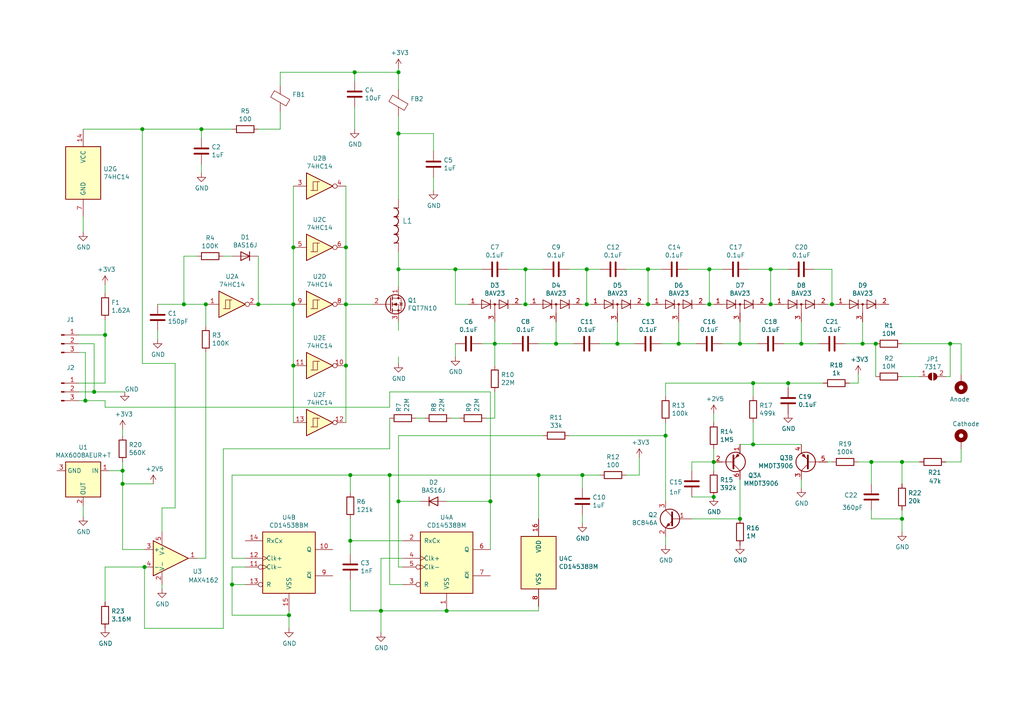
<source format=kicad_sch>
(kicad_sch (version 20201015) (generator eeschema)

  (paper "A4")

  (title_block
    (title "SafePulse")
    (date "2021-01-17")
    (rev "2.01")
    (company "SafeCast")
    (comment 1 "Double Sided Version")
  )

  (lib_symbols
    (symbol "2021-01-06_02-33-04:NRS6020T2R2NMGJ" (pin_numbers hide) (pin_names (offset 1.651) hide) (in_bom yes) (on_board yes)
      (property "Reference" "L" (id 0) (at 6.985 5.08 0)
        (effects (font (size 1.524 1.524)))
      )
      (property "Value" "NRS6020T2R2NMGJ" (id 1) (at 6.985 -5.715 0)
        (effects (font (size 1.524 1.524)))
      )
      (property "Footprint" "IND_TAIYO_NRS6020_TAY" (id 2) (at 6.985 -7.239 0)
        (effects (font (size 1.524 1.524)) hide)
      )
      (property "Datasheet" "" (id 3) (at 0 0 0)
        (effects (font (size 1.524 1.524)))
      )
      (property "ki_locked" "" (id 4) (at 0 0 0)
        (effects (font (size 1.27 1.27)))
      )
      (property "ki_fp_filters" "IND_TAIYO_NRS6020_TAY" (id 5) (at 0 0 0)
        (effects (font (size 1.27 1.27)) hide)
      )
      (symbol "NRS6020T2R2NMGJ_1_1"
        (arc (start 5.08 1.27) (end 7.62 1.27) (radius (at 6.35 1.27) (length 1.27) (angles 0 180))
          (stroke (width 0.254)) (fill (type none))
        )
        (arc (start 2.54 1.27) (end 5.08 1.27) (radius (at 3.81 1.27) (length 1.27) (angles 0 180))
          (stroke (width 0.254)) (fill (type none))
        )
        (arc (start 7.62 1.27) (end 10.16 1.27) (radius (at 8.89 1.27) (length 1.27) (angles 0 180))
          (stroke (width 0.254)) (fill (type none))
        )
        (arc (start 10.16 1.27) (end 12.7 1.27) (radius (at 11.43 1.27) (length 1.27) (angles 0 180))
          (stroke (width 0.254)) (fill (type none))
        )
        (polyline
          (pts
            (xy 5.08 0)
            (xy 5.08 1.27)
          )
          (stroke (width 0.2032)) (fill (type none))
        )
        (polyline
          (pts
            (xy 7.62 0)
            (xy 7.62 1.27)
          )
          (stroke (width 0.2032)) (fill (type none))
        )
        (polyline
          (pts
            (xy 12.7 0)
            (xy 12.7 1.27)
          )
          (stroke (width 0.2032)) (fill (type none))
        )
        (polyline
          (pts
            (xy 2.54 0)
            (xy 2.54 1.27)
          )
          (stroke (width 0.2032)) (fill (type none))
        )
        (polyline
          (pts
            (xy 10.16 0)
            (xy 10.16 1.27)
          )
          (stroke (width 0.2032)) (fill (type none))
        )
        (pin unspecified line (at 0 0 0) (length 2.54)
          (name "2" (effects (font (size 1.4986 1.4986))))
          (number "2" (effects (font (size 1.4986 1.4986))))
        )
        (pin unspecified line (at 15.24 0 180) (length 2.54)
          (name "1" (effects (font (size 1.4986 1.4986))))
          (number "1" (effects (font (size 1.4986 1.4986))))
        )
      )
    )
    (symbol "4xxx:4538" (pin_names (offset 1.016)) (in_bom yes) (on_board yes)
      (property "Reference" "U" (id 0) (at -7.62 8.89 0)
        (effects (font (size 1.27 1.27)))
      )
      (property "Value" "4538" (id 1) (at -7.62 -11.43 0)
        (effects (font (size 1.27 1.27)))
      )
      (property "Footprint" "" (id 2) (at 0 0 0)
        (effects (font (size 1.27 1.27)) hide)
      )
      (property "Datasheet" "https://assets.nexperia.com/documents/data-sheet/HEF4538B.pdf" (id 3) (at 0 0 0)
        (effects (font (size 1.27 1.27)) hide)
      )
      (property "ki_locked" "" (id 4) (at 0 0 0)
        (effects (font (size 1.27 1.27)))
      )
      (property "ki_keywords" "CMOS" (id 5) (at 0 0 0)
        (effects (font (size 1.27 1.27)) hide)
      )
      (property "ki_description" "Monostable" (id 6) (at 0 0 0)
        (effects (font (size 1.27 1.27)) hide)
      )
      (property "ki_fp_filters" "DIP?16*" (id 7) (at 0 0 0)
        (effects (font (size 1.27 1.27)) hide)
      )
      (symbol "4538_1_0"
        (pin power_in line (at 0 -15.24 90) (length 5.08)
          (name "VSS" (effects (font (size 1.27 1.27))))
          (number "1" (effects (font (size 1.27 1.27))))
        )
        (pin input line (at -12.7 5.08 0) (length 5.08)
          (name "RxCx" (effects (font (size 1.27 1.27))))
          (number "2" (effects (font (size 1.27 1.27))))
        )
        (pin input inverted (at -12.7 -7.62 0) (length 5.08)
          (name "R" (effects (font (size 1.27 1.27))))
          (number "3" (effects (font (size 1.27 1.27))))
        )
        (pin input clock (at -12.7 0 0) (length 5.08)
          (name "Clk+" (effects (font (size 1.27 1.27))))
          (number "4" (effects (font (size 1.27 1.27))))
        )
        (pin input inverted_clock (at -12.7 -2.54 0) (length 5.08)
          (name "Clk-" (effects (font (size 1.27 1.27))))
          (number "5" (effects (font (size 1.27 1.27))))
        )
        (pin output line (at 12.7 2.54 180) (length 5.08)
          (name "Q" (effects (font (size 1.27 1.27))))
          (number "6" (effects (font (size 1.27 1.27))))
        )
        (pin output line (at 12.7 -5.08 180) (length 5.08)
          (name "~Q" (effects (font (size 1.27 1.27))))
          (number "7" (effects (font (size 1.27 1.27))))
        )
      )
      (symbol "4538_1_1"
        (rectangle (start -7.62 7.62) (end 7.62 -10.16)
          (stroke (width 0.254)) (fill (type background))
        )
      )
      (symbol "4538_2_0"
        (pin output line (at 12.7 2.54 180) (length 5.08)
          (name "Q" (effects (font (size 1.27 1.27))))
          (number "10" (effects (font (size 1.27 1.27))))
        )
        (pin input inverted_clock (at -12.7 -2.54 0) (length 5.08)
          (name "Clk-" (effects (font (size 1.27 1.27))))
          (number "11" (effects (font (size 1.27 1.27))))
        )
        (pin input clock (at -12.7 0 0) (length 5.08)
          (name "Clk+" (effects (font (size 1.27 1.27))))
          (number "12" (effects (font (size 1.27 1.27))))
        )
        (pin input inverted (at -12.7 -7.62 0) (length 5.08)
          (name "R" (effects (font (size 1.27 1.27))))
          (number "13" (effects (font (size 1.27 1.27))))
        )
        (pin input line (at -12.7 5.08 0) (length 5.08)
          (name "RxCx" (effects (font (size 1.27 1.27))))
          (number "14" (effects (font (size 1.27 1.27))))
        )
        (pin power_in line (at 0 -15.24 90) (length 5.08)
          (name "VSS" (effects (font (size 1.27 1.27))))
          (number "15" (effects (font (size 1.27 1.27))))
        )
        (pin output line (at 12.7 -5.08 180) (length 5.08)
          (name "~Q" (effects (font (size 1.27 1.27))))
          (number "9" (effects (font (size 1.27 1.27))))
        )
      )
      (symbol "4538_2_1"
        (rectangle (start -7.62 7.62) (end 7.62 -10.16)
          (stroke (width 0.254)) (fill (type background))
        )
      )
      (symbol "4538_3_0"
        (pin power_in line (at 0 12.7 270) (length 5.08)
          (name "VDD" (effects (font (size 1.27 1.27))))
          (number "16" (effects (font (size 1.27 1.27))))
        )
        (pin power_in line (at 0 -12.7 90) (length 5.08)
          (name "VSS" (effects (font (size 1.27 1.27))))
          (number "8" (effects (font (size 1.27 1.27))))
        )
      )
      (symbol "4538_3_1"
        (rectangle (start -5.08 7.62) (end 5.08 -7.62)
          (stroke (width 0.254)) (fill (type background))
        )
      )
    )
    (symbol "74xx:74HC14" (pin_names (offset 1.016)) (in_bom yes) (on_board yes)
      (property "Reference" "U" (id 0) (at 0 1.27 0)
        (effects (font (size 1.27 1.27)))
      )
      (property "Value" "74HC14" (id 1) (at 0 -1.27 0)
        (effects (font (size 1.27 1.27)))
      )
      (property "Footprint" "" (id 2) (at 0 0 0)
        (effects (font (size 1.27 1.27)) hide)
      )
      (property "Datasheet" "http://www.ti.com/lit/gpn/sn74HC14" (id 3) (at 0 0 0)
        (effects (font (size 1.27 1.27)) hide)
      )
      (property "ki_locked" "" (id 4) (at 0 0 0)
        (effects (font (size 1.27 1.27)))
      )
      (property "ki_keywords" "HCMOS not inverter" (id 5) (at 0 0 0)
        (effects (font (size 1.27 1.27)) hide)
      )
      (property "ki_description" "Hex inverter schmitt trigger" (id 6) (at 0 0 0)
        (effects (font (size 1.27 1.27)) hide)
      )
      (property "ki_fp_filters" "DIP*W7.62mm*" (id 7) (at 0 0 0)
        (effects (font (size 1.27 1.27)) hide)
      )
      (symbol "74HC14_1_0"
        (polyline
          (pts
            (xy -3.81 3.81)
            (xy -3.81 -3.81)
            (xy 3.81 0)
            (xy -3.81 3.81)
          )
          (stroke (width 0.254)) (fill (type background))
        )
        (pin input line (at -7.62 0 0) (length 3.81)
          (name "~" (effects (font (size 1.27 1.27))))
          (number "1" (effects (font (size 1.27 1.27))))
        )
        (pin output inverted (at 7.62 0 180) (length 3.81)
          (name "~" (effects (font (size 1.27 1.27))))
          (number "2" (effects (font (size 1.27 1.27))))
        )
      )
      (symbol "74HC14_1_1"
        (polyline
          (pts
            (xy -1.905 -1.27)
            (xy -1.905 1.27)
            (xy -0.635 1.27)
          )
          (stroke (width 0)) (fill (type none))
        )
        (polyline
          (pts
            (xy -2.54 -1.27)
            (xy -0.635 -1.27)
            (xy -0.635 1.27)
            (xy 0 1.27)
          )
          (stroke (width 0)) (fill (type none))
        )
      )
      (symbol "74HC14_2_0"
        (polyline
          (pts
            (xy -3.81 3.81)
            (xy -3.81 -3.81)
            (xy 3.81 0)
            (xy -3.81 3.81)
          )
          (stroke (width 0.254)) (fill (type background))
        )
        (pin input line (at -7.62 0 0) (length 3.81)
          (name "~" (effects (font (size 1.27 1.27))))
          (number "3" (effects (font (size 1.27 1.27))))
        )
        (pin output inverted (at 7.62 0 180) (length 3.81)
          (name "~" (effects (font (size 1.27 1.27))))
          (number "4" (effects (font (size 1.27 1.27))))
        )
      )
      (symbol "74HC14_2_1"
        (polyline
          (pts
            (xy -1.905 -1.27)
            (xy -1.905 1.27)
            (xy -0.635 1.27)
          )
          (stroke (width 0)) (fill (type none))
        )
        (polyline
          (pts
            (xy -2.54 -1.27)
            (xy -0.635 -1.27)
            (xy -0.635 1.27)
            (xy 0 1.27)
          )
          (stroke (width 0)) (fill (type none))
        )
      )
      (symbol "74HC14_3_0"
        (polyline
          (pts
            (xy -3.81 3.81)
            (xy -3.81 -3.81)
            (xy 3.81 0)
            (xy -3.81 3.81)
          )
          (stroke (width 0.254)) (fill (type background))
        )
        (pin input line (at -7.62 0 0) (length 3.81)
          (name "~" (effects (font (size 1.27 1.27))))
          (number "5" (effects (font (size 1.27 1.27))))
        )
        (pin output inverted (at 7.62 0 180) (length 3.81)
          (name "~" (effects (font (size 1.27 1.27))))
          (number "6" (effects (font (size 1.27 1.27))))
        )
      )
      (symbol "74HC14_3_1"
        (polyline
          (pts
            (xy -1.905 -1.27)
            (xy -1.905 1.27)
            (xy -0.635 1.27)
          )
          (stroke (width 0)) (fill (type none))
        )
        (polyline
          (pts
            (xy -2.54 -1.27)
            (xy -0.635 -1.27)
            (xy -0.635 1.27)
            (xy 0 1.27)
          )
          (stroke (width 0)) (fill (type none))
        )
      )
      (symbol "74HC14_4_0"
        (polyline
          (pts
            (xy -3.81 3.81)
            (xy -3.81 -3.81)
            (xy 3.81 0)
            (xy -3.81 3.81)
          )
          (stroke (width 0.254)) (fill (type background))
        )
        (pin output inverted (at 7.62 0 180) (length 3.81)
          (name "~" (effects (font (size 1.27 1.27))))
          (number "8" (effects (font (size 1.27 1.27))))
        )
        (pin input line (at -7.62 0 0) (length 3.81)
          (name "~" (effects (font (size 1.27 1.27))))
          (number "9" (effects (font (size 1.27 1.27))))
        )
      )
      (symbol "74HC14_4_1"
        (polyline
          (pts
            (xy -1.905 -1.27)
            (xy -1.905 1.27)
            (xy -0.635 1.27)
          )
          (stroke (width 0)) (fill (type none))
        )
        (polyline
          (pts
            (xy -2.54 -1.27)
            (xy -0.635 -1.27)
            (xy -0.635 1.27)
            (xy 0 1.27)
          )
          (stroke (width 0)) (fill (type none))
        )
      )
      (symbol "74HC14_5_0"
        (polyline
          (pts
            (xy -3.81 3.81)
            (xy -3.81 -3.81)
            (xy 3.81 0)
            (xy -3.81 3.81)
          )
          (stroke (width 0.254)) (fill (type background))
        )
        (pin output inverted (at 7.62 0 180) (length 3.81)
          (name "~" (effects (font (size 1.27 1.27))))
          (number "10" (effects (font (size 1.27 1.27))))
        )
        (pin input line (at -7.62 0 0) (length 3.81)
          (name "~" (effects (font (size 1.27 1.27))))
          (number "11" (effects (font (size 1.27 1.27))))
        )
      )
      (symbol "74HC14_5_1"
        (polyline
          (pts
            (xy -1.905 -1.27)
            (xy -1.905 1.27)
            (xy -0.635 1.27)
          )
          (stroke (width 0)) (fill (type none))
        )
        (polyline
          (pts
            (xy -2.54 -1.27)
            (xy -0.635 -1.27)
            (xy -0.635 1.27)
            (xy 0 1.27)
          )
          (stroke (width 0)) (fill (type none))
        )
      )
      (symbol "74HC14_6_0"
        (polyline
          (pts
            (xy -3.81 3.81)
            (xy -3.81 -3.81)
            (xy 3.81 0)
            (xy -3.81 3.81)
          )
          (stroke (width 0.254)) (fill (type background))
        )
        (pin output inverted (at 7.62 0 180) (length 3.81)
          (name "~" (effects (font (size 1.27 1.27))))
          (number "12" (effects (font (size 1.27 1.27))))
        )
        (pin input line (at -7.62 0 0) (length 3.81)
          (name "~" (effects (font (size 1.27 1.27))))
          (number "13" (effects (font (size 1.27 1.27))))
        )
      )
      (symbol "74HC14_6_1"
        (polyline
          (pts
            (xy -1.905 -1.27)
            (xy -1.905 1.27)
            (xy -0.635 1.27)
          )
          (stroke (width 0)) (fill (type none))
        )
        (polyline
          (pts
            (xy -2.54 -1.27)
            (xy -0.635 -1.27)
            (xy -0.635 1.27)
            (xy 0 1.27)
          )
          (stroke (width 0)) (fill (type none))
        )
      )
      (symbol "74HC14_7_0"
        (pin power_in line (at 0 12.7 270) (length 5.08)
          (name "VCC" (effects (font (size 1.27 1.27))))
          (number "14" (effects (font (size 1.27 1.27))))
        )
        (pin power_in line (at 0 -12.7 90) (length 5.08)
          (name "GND" (effects (font (size 1.27 1.27))))
          (number "7" (effects (font (size 1.27 1.27))))
        )
      )
      (symbol "74HC14_7_1"
        (rectangle (start -5.08 7.62) (end 5.08 -7.62)
          (stroke (width 0.254)) (fill (type background))
        )
      )
    )
    (symbol "Amplifier_Operational:TLV2371DBV" (pin_names (offset 0.127)) (in_bom yes) (on_board yes)
      (property "Reference" "U" (id 0) (at -1.27 6.35 0)
        (effects (font (size 1.27 1.27)) (justify left))
      )
      (property "Value" "TLV2371DBV" (id 1) (at -1.27 3.81 0)
        (effects (font (size 1.27 1.27)) (justify left))
      )
      (property "Footprint" "Package_TO_SOT_SMD:SOT-23-5" (id 2) (at -2.54 -5.08 0)
        (effects (font (size 1.27 1.27)) (justify left) hide)
      )
      (property "Datasheet" "http://www.ti.com/lit/ds/symlink/tlv2375.pdf" (id 3) (at 0 5.08 0)
        (effects (font (size 1.27 1.27)) hide)
      )
      (property "ki_keywords" "single opamp" (id 4) (at 0 0 0)
        (effects (font (size 1.27 1.27)) hide)
      )
      (property "ki_description" "Rail-to-Rail Input/Output Operational Amplifier, SOT-23-5" (id 5) (at 0 0 0)
        (effects (font (size 1.27 1.27)) hide)
      )
      (property "ki_fp_filters" "SOT?23*" (id 6) (at 0 0 0)
        (effects (font (size 1.27 1.27)) hide)
      )
      (symbol "TLV2371DBV_0_1"
        (polyline
          (pts
            (xy -5.08 5.08)
            (xy 5.08 0)
            (xy -5.08 -5.08)
            (xy -5.08 5.08)
          )
          (stroke (width 0.254)) (fill (type background))
        )
        (pin power_in line (at -2.54 -7.62 90) (length 3.81)
          (name "V-" (effects (font (size 1.27 1.27))))
          (number "2" (effects (font (size 1.27 1.27))))
        )
        (pin power_in line (at -2.54 7.62 270) (length 3.81)
          (name "V+" (effects (font (size 1.27 1.27))))
          (number "5" (effects (font (size 1.27 1.27))))
        )
      )
      (symbol "TLV2371DBV_1_1"
        (pin output line (at 7.62 0 180) (length 2.54)
          (name "~" (effects (font (size 1.27 1.27))))
          (number "1" (effects (font (size 1.27 1.27))))
        )
        (pin input line (at -7.62 2.54 0) (length 2.54)
          (name "+" (effects (font (size 1.27 1.27))))
          (number "3" (effects (font (size 1.27 1.27))))
        )
        (pin input line (at -7.62 -2.54 0) (length 2.54)
          (name "-" (effects (font (size 1.27 1.27))))
          (number "4" (effects (font (size 1.27 1.27))))
        )
      )
    )
    (symbol "Connector:Conn_01x03_Male" (pin_names (offset 1.016) hide) (in_bom yes) (on_board yes)
      (property "Reference" "J" (id 0) (at 0 5.08 0)
        (effects (font (size 1.27 1.27)))
      )
      (property "Value" "Conn_01x03_Male" (id 1) (at 0 -5.08 0)
        (effects (font (size 1.27 1.27)))
      )
      (property "Footprint" "" (id 2) (at 0 0 0)
        (effects (font (size 1.27 1.27)) hide)
      )
      (property "Datasheet" "~" (id 3) (at 0 0 0)
        (effects (font (size 1.27 1.27)) hide)
      )
      (property "ki_keywords" "connector" (id 4) (at 0 0 0)
        (effects (font (size 1.27 1.27)) hide)
      )
      (property "ki_description" "Generic connector, single row, 01x03, script generated (kicad-library-utils/schlib/autogen/connector/)" (id 5) (at 0 0 0)
        (effects (font (size 1.27 1.27)) hide)
      )
      (property "ki_fp_filters" "Connector*:*_1x??_*" (id 6) (at 0 0 0)
        (effects (font (size 1.27 1.27)) hide)
      )
      (symbol "Conn_01x03_Male_1_1"
        (rectangle (start 0.8636 -2.413) (end 0 -2.667)
          (stroke (width 0.1524)) (fill (type outline))
        )
        (rectangle (start 0.8636 0.127) (end 0 -0.127)
          (stroke (width 0.1524)) (fill (type outline))
        )
        (rectangle (start 0.8636 2.667) (end 0 2.413)
          (stroke (width 0.1524)) (fill (type outline))
        )
        (polyline
          (pts
            (xy 1.27 -2.54)
            (xy 0.8636 -2.54)
          )
          (stroke (width 0.1524)) (fill (type none))
        )
        (polyline
          (pts
            (xy 1.27 0)
            (xy 0.8636 0)
          )
          (stroke (width 0.1524)) (fill (type none))
        )
        (polyline
          (pts
            (xy 1.27 2.54)
            (xy 0.8636 2.54)
          )
          (stroke (width 0.1524)) (fill (type none))
        )
        (pin passive line (at 5.08 2.54 180) (length 3.81)
          (name "Pin_1" (effects (font (size 1.27 1.27))))
          (number "1" (effects (font (size 1.27 1.27))))
        )
        (pin passive line (at 5.08 0 180) (length 3.81)
          (name "Pin_2" (effects (font (size 1.27 1.27))))
          (number "2" (effects (font (size 1.27 1.27))))
        )
        (pin passive line (at 5.08 -2.54 180) (length 3.81)
          (name "Pin_3" (effects (font (size 1.27 1.27))))
          (number "3" (effects (font (size 1.27 1.27))))
        )
      )
    )
    (symbol "Device:C" (pin_numbers hide) (pin_names (offset 0.254)) (in_bom yes) (on_board yes)
      (property "Reference" "C" (id 0) (at 0.635 2.54 0)
        (effects (font (size 1.27 1.27)) (justify left))
      )
      (property "Value" "C" (id 1) (at 0.635 -2.54 0)
        (effects (font (size 1.27 1.27)) (justify left))
      )
      (property "Footprint" "" (id 2) (at 0.9652 -3.81 0)
        (effects (font (size 1.27 1.27)) hide)
      )
      (property "Datasheet" "~" (id 3) (at 0 0 0)
        (effects (font (size 1.27 1.27)) hide)
      )
      (property "ki_keywords" "cap capacitor" (id 4) (at 0 0 0)
        (effects (font (size 1.27 1.27)) hide)
      )
      (property "ki_description" "Unpolarized capacitor" (id 5) (at 0 0 0)
        (effects (font (size 1.27 1.27)) hide)
      )
      (property "ki_fp_filters" "C_*" (id 6) (at 0 0 0)
        (effects (font (size 1.27 1.27)) hide)
      )
      (symbol "C_0_1"
        (polyline
          (pts
            (xy -2.032 -0.762)
            (xy 2.032 -0.762)
          )
          (stroke (width 0.508)) (fill (type none))
        )
        (polyline
          (pts
            (xy -2.032 0.762)
            (xy 2.032 0.762)
          )
          (stroke (width 0.508)) (fill (type none))
        )
      )
      (symbol "C_1_1"
        (pin passive line (at 0 3.81 270) (length 2.794)
          (name "~" (effects (font (size 1.27 1.27))))
          (number "1" (effects (font (size 1.27 1.27))))
        )
        (pin passive line (at 0 -3.81 90) (length 2.794)
          (name "~" (effects (font (size 1.27 1.27))))
          (number "2" (effects (font (size 1.27 1.27))))
        )
      )
    )
    (symbol "Device:Ferrite_Bead" (pin_numbers hide) (pin_names (offset 0)) (in_bom yes) (on_board yes)
      (property "Reference" "FB" (id 0) (at -3.81 0.635 90)
        (effects (font (size 1.27 1.27)))
      )
      (property "Value" "Ferrite_Bead" (id 1) (at 3.81 0 90)
        (effects (font (size 1.27 1.27)))
      )
      (property "Footprint" "" (id 2) (at -1.778 0 90)
        (effects (font (size 1.27 1.27)) hide)
      )
      (property "Datasheet" "~" (id 3) (at 0 0 0)
        (effects (font (size 1.27 1.27)) hide)
      )
      (property "ki_keywords" "L ferrite bead inductor filter" (id 4) (at 0 0 0)
        (effects (font (size 1.27 1.27)) hide)
      )
      (property "ki_description" "Ferrite bead" (id 5) (at 0 0 0)
        (effects (font (size 1.27 1.27)) hide)
      )
      (property "ki_fp_filters" "Inductor_* L_* *Ferrite*" (id 6) (at 0 0 0)
        (effects (font (size 1.27 1.27)) hide)
      )
      (symbol "Ferrite_Bead_0_1"
        (polyline
          (pts
            (xy 0 -1.27)
            (xy 0 -1.2192)
          )
          (stroke (width 0)) (fill (type none))
        )
        (polyline
          (pts
            (xy 0 1.27)
            (xy 0 1.2954)
          )
          (stroke (width 0)) (fill (type none))
        )
        (polyline
          (pts
            (xy -2.7686 0.4064)
            (xy -1.7018 2.2606)
            (xy 2.7686 -0.3048)
            (xy 1.6764 -2.159)
            (xy -2.7686 0.4064)
          )
          (stroke (width 0)) (fill (type none))
        )
      )
      (symbol "Ferrite_Bead_1_1"
        (pin passive line (at 0 3.81 270) (length 2.54)
          (name "~" (effects (font (size 1.27 1.27))))
          (number "1" (effects (font (size 1.27 1.27))))
        )
        (pin passive line (at 0 -3.81 90) (length 2.54)
          (name "~" (effects (font (size 1.27 1.27))))
          (number "2" (effects (font (size 1.27 1.27))))
        )
      )
    )
    (symbol "Device:R" (pin_numbers hide) (pin_names (offset 0)) (in_bom yes) (on_board yes)
      (property "Reference" "R" (id 0) (at 2.032 0 90)
        (effects (font (size 1.27 1.27)))
      )
      (property "Value" "R" (id 1) (at 0 0 90)
        (effects (font (size 1.27 1.27)))
      )
      (property "Footprint" "" (id 2) (at -1.778 0 90)
        (effects (font (size 1.27 1.27)) hide)
      )
      (property "Datasheet" "~" (id 3) (at 0 0 0)
        (effects (font (size 1.27 1.27)) hide)
      )
      (property "ki_keywords" "R res resistor" (id 4) (at 0 0 0)
        (effects (font (size 1.27 1.27)) hide)
      )
      (property "ki_description" "Resistor" (id 5) (at 0 0 0)
        (effects (font (size 1.27 1.27)) hide)
      )
      (property "ki_fp_filters" "R_*" (id 6) (at 0 0 0)
        (effects (font (size 1.27 1.27)) hide)
      )
      (symbol "R_0_1"
        (rectangle (start -1.016 -2.54) (end 1.016 2.54)
          (stroke (width 0.254)) (fill (type none))
        )
      )
      (symbol "R_1_1"
        (pin passive line (at 0 3.81 270) (length 1.27)
          (name "~" (effects (font (size 1.27 1.27))))
          (number "1" (effects (font (size 1.27 1.27))))
        )
        (pin passive line (at 0 -3.81 90) (length 1.27)
          (name "~" (effects (font (size 1.27 1.27))))
          (number "2" (effects (font (size 1.27 1.27))))
        )
      )
    )
    (symbol "Diode:1N4148W" (pin_numbers hide) (pin_names (offset 1.016) hide) (in_bom yes) (on_board yes)
      (property "Reference" "D" (id 0) (at 0 2.54 0)
        (effects (font (size 1.27 1.27)))
      )
      (property "Value" "1N4148W" (id 1) (at 0 -2.54 0)
        (effects (font (size 1.27 1.27)))
      )
      (property "Footprint" "Diode_SMD:D_SOD-123" (id 2) (at 0 -4.445 0)
        (effects (font (size 1.27 1.27)) hide)
      )
      (property "Datasheet" "https://www.vishay.com/docs/85748/1n4148w.pdf" (id 3) (at 0 0 0)
        (effects (font (size 1.27 1.27)) hide)
      )
      (property "ki_keywords" "diode" (id 4) (at 0 0 0)
        (effects (font (size 1.27 1.27)) hide)
      )
      (property "ki_description" "75V 0.15A Fast Switching Diode, SOD-123" (id 5) (at 0 0 0)
        (effects (font (size 1.27 1.27)) hide)
      )
      (property "ki_fp_filters" "D*SOD?123*" (id 6) (at 0 0 0)
        (effects (font (size 1.27 1.27)) hide)
      )
      (symbol "1N4148W_0_1"
        (polyline
          (pts
            (xy -1.27 1.27)
            (xy -1.27 -1.27)
          )
          (stroke (width 0.254)) (fill (type none))
        )
        (polyline
          (pts
            (xy 1.27 0)
            (xy -1.27 0)
          )
          (stroke (width 0)) (fill (type none))
        )
        (polyline
          (pts
            (xy 1.27 1.27)
            (xy 1.27 -1.27)
            (xy -1.27 0)
            (xy 1.27 1.27)
          )
          (stroke (width 0.254)) (fill (type none))
        )
      )
      (symbol "1N4148W_1_1"
        (pin passive line (at -3.81 0 0) (length 2.54)
          (name "K" (effects (font (size 1.27 1.27))))
          (number "1" (effects (font (size 1.27 1.27))))
        )
        (pin passive line (at 3.81 0 180) (length 2.54)
          (name "A" (effects (font (size 1.27 1.27))))
          (number "2" (effects (font (size 1.27 1.27))))
        )
      )
    )
    (symbol "Diode:BAV99" (pin_names hide) (in_bom yes) (on_board yes)
      (property "Reference" "D" (id 0) (at 0 5.08 0)
        (effects (font (size 1.27 1.27)))
      )
      (property "Value" "BAV99" (id 1) (at 0 2.54 0)
        (effects (font (size 1.27 1.27)))
      )
      (property "Footprint" "Package_TO_SOT_SMD:SOT-23" (id 2) (at 0 -12.7 0)
        (effects (font (size 1.27 1.27)) hide)
      )
      (property "Datasheet" "https://assets.nexperia.com/documents/data-sheet/BAV99_SER.pdf" (id 3) (at 0 0 0)
        (effects (font (size 1.27 1.27)) hide)
      )
      (property "ki_keywords" "diode" (id 4) (at 0 0 0)
        (effects (font (size 1.27 1.27)) hide)
      )
      (property "ki_description" "BAV99 High-speed switching diodes, SOT-23" (id 5) (at 0 0 0)
        (effects (font (size 1.27 1.27)) hide)
      )
      (property "ki_fp_filters" "SOT?23*" (id 6) (at 0 0 0)
        (effects (font (size 1.27 1.27)) hide)
      )
      (symbol "BAV99_0_1"
        (polyline
          (pts
            (xy -5.08 0)
            (xy 5.08 0)
          )
          (stroke (width 0)) (fill (type none))
        )
      )
      (symbol "BAV99_1_1"
        (circle (center 0 0) (radius 0.254) (stroke (width 0)) (fill (type outline)))
        (polyline
          (pts
            (xy 0 0)
            (xy 0 -2.54)
          )
          (stroke (width 0)) (fill (type none))
        )
        (polyline
          (pts
            (xy -1.27 -1.27)
            (xy -1.27 1.27)
            (xy -1.27 1.27)
          )
          (stroke (width 0.2032)) (fill (type none))
        )
        (polyline
          (pts
            (xy 3.81 1.27)
            (xy 3.81 -1.27)
            (xy 3.81 -1.27)
          )
          (stroke (width 0.2032)) (fill (type none))
        )
        (polyline
          (pts
            (xy -3.81 1.27)
            (xy -1.27 0)
            (xy -3.81 -1.27)
            (xy -3.81 1.27)
            (xy -3.81 1.27)
            (xy -3.81 1.27)
          )
          (stroke (width 0.2032)) (fill (type none))
        )
        (polyline
          (pts
            (xy 1.27 1.27)
            (xy 3.81 0)
            (xy 1.27 -1.27)
            (xy 1.27 1.27)
            (xy 1.27 1.27)
            (xy 1.27 1.27)
          )
          (stroke (width 0.2032)) (fill (type none))
        )
        (pin passive line (at -7.62 0 0) (length 2.54)
          (name "K" (effects (font (size 1.27 1.27))))
          (number "1" (effects (font (size 1.27 1.27))))
        )
        (pin passive line (at 7.62 0 180) (length 2.54)
          (name "A" (effects (font (size 1.27 1.27))))
          (number "2" (effects (font (size 1.27 1.27))))
        )
        (pin passive line (at 0 -5.08 90) (length 2.54)
          (name "K" (effects (font (size 1.27 1.27))))
          (number "3" (effects (font (size 1.27 1.27))))
        )
      )
    )
    (symbol "Jumper:SolderJumper_2_Open" (pin_names (offset 0) hide) (in_bom yes) (on_board yes)
      (property "Reference" "JP" (id 0) (at 0 2.032 0)
        (effects (font (size 1.27 1.27)))
      )
      (property "Value" "SolderJumper_2_Open" (id 1) (at 0 -2.54 0)
        (effects (font (size 1.27 1.27)))
      )
      (property "Footprint" "" (id 2) (at 0 0 0)
        (effects (font (size 1.27 1.27)) hide)
      )
      (property "Datasheet" "~" (id 3) (at 0 0 0)
        (effects (font (size 1.27 1.27)) hide)
      )
      (property "ki_keywords" "solder jumper SPST" (id 4) (at 0 0 0)
        (effects (font (size 1.27 1.27)) hide)
      )
      (property "ki_description" "Solder Jumper, 2-pole, open" (id 5) (at 0 0 0)
        (effects (font (size 1.27 1.27)) hide)
      )
      (property "ki_fp_filters" "SolderJumper*Open*" (id 6) (at 0 0 0)
        (effects (font (size 1.27 1.27)) hide)
      )
      (symbol "SolderJumper_2_Open_0_1"
        (arc (start -0.254 1.016) (end -0.254 -1.016) (radius (at -0.254 0) (length 1.016) (angles 90.1 -90.1))
          (stroke (width 0)) (fill (type none))
        )
        (arc (start -0.254 1.016) (end -0.254 -1.016) (radius (at -0.254 0) (length 1.016) (angles 90.1 -90.1))
          (stroke (width 0)) (fill (type outline))
        )
        (arc (start 0.254 -1.016) (end 0.254 1.016) (radius (at 0.254 0) (length 1.016) (angles -89.9 89.9))
          (stroke (width 0)) (fill (type none))
        )
        (arc (start 0.254 -1.016) (end 0.254 1.016) (radius (at 0.254 0) (length 1.016) (angles -89.9 89.9))
          (stroke (width 0)) (fill (type outline))
        )
        (polyline
          (pts
            (xy -0.254 1.016)
            (xy -0.254 -1.016)
          )
          (stroke (width 0)) (fill (type none))
        )
        (polyline
          (pts
            (xy 0.254 1.016)
            (xy 0.254 -1.016)
          )
          (stroke (width 0)) (fill (type none))
        )
      )
      (symbol "SolderJumper_2_Open_1_1"
        (pin passive line (at -3.81 0 0) (length 2.54)
          (name "A" (effects (font (size 1.27 1.27))))
          (number "1" (effects (font (size 1.27 1.27))))
        )
        (pin passive line (at 3.81 0 180) (length 2.54)
          (name "B" (effects (font (size 1.27 1.27))))
          (number "2" (effects (font (size 1.27 1.27))))
        )
      )
    )
    (symbol "Mechanical:MountingHole_Pad" (pin_numbers hide) (pin_names (offset 1.016) hide) (in_bom yes) (on_board yes)
      (property "Reference" "H" (id 0) (at 0 6.35 0)
        (effects (font (size 1.27 1.27)))
      )
      (property "Value" "MountingHole_Pad" (id 1) (at 0 4.445 0)
        (effects (font (size 1.27 1.27)))
      )
      (property "Footprint" "" (id 2) (at 0 0 0)
        (effects (font (size 1.27 1.27)) hide)
      )
      (property "Datasheet" "~" (id 3) (at 0 0 0)
        (effects (font (size 1.27 1.27)) hide)
      )
      (property "ki_keywords" "mounting hole" (id 4) (at 0 0 0)
        (effects (font (size 1.27 1.27)) hide)
      )
      (property "ki_description" "Mounting Hole with connection" (id 5) (at 0 0 0)
        (effects (font (size 1.27 1.27)) hide)
      )
      (property "ki_fp_filters" "MountingHole*Pad*" (id 6) (at 0 0 0)
        (effects (font (size 1.27 1.27)) hide)
      )
      (symbol "MountingHole_Pad_0_1"
        (circle (center 0 1.27) (radius 1.27) (stroke (width 1.27)) (fill (type none)))
      )
      (symbol "MountingHole_Pad_1_1"
        (pin input line (at 0 -2.54 90) (length 2.54)
          (name "1" (effects (font (size 1.27 1.27))))
          (number "1" (effects (font (size 1.27 1.27))))
        )
      )
    )
    (symbol "Reference_Voltage:MAX6035xxUR30" (in_bom yes) (on_board yes)
      (property "Reference" "U" (id 0) (at 0 6.35 0)
        (effects (font (size 1.27 1.27)))
      )
      (property "Value" "MAX6035xxUR30" (id 1) (at 2.54 -6.35 0)
        (effects (font (size 1.27 1.27)))
      )
      (property "Footprint" "Package_TO_SOT_SMD:SOT-23" (id 2) (at 2.54 -7.62 0)
        (effects (font (size 1.27 1.27) italic) hide)
      )
      (property "Datasheet" "https://datasheets.maximintegrated.com/en/ds/MAX6035.pdf" (id 3) (at 2.54 -8.89 0)
        (effects (font (size 1.27 1.27) italic) hide)
      )
      (property "ki_keywords" "vref" (id 4) (at 0 0 0)
        (effects (font (size 1.27 1.27)) hide)
      )
      (property "ki_description" "3V, High-Supply-Voltage, Precision Voltage Reference, SOT-23" (id 5) (at 0 0 0)
        (effects (font (size 1.27 1.27)) hide)
      )
      (property "ki_fp_filters" "SOT?23*" (id 6) (at 0 0 0)
        (effects (font (size 1.27 1.27)) hide)
      )
      (symbol "MAX6035xxUR30_0_1"
        (rectangle (start -5.08 5.08) (end 5.08 -5.08)
          (stroke (width 0.254)) (fill (type background))
        )
      )
      (symbol "MAX6035xxUR30_1_1"
        (pin power_in line (at -2.54 7.62 270) (length 2.54)
          (name "IN" (effects (font (size 1.27 1.27))))
          (number "1" (effects (font (size 1.27 1.27))))
        )
        (pin power_out line (at 7.62 0 180) (length 2.54)
          (name "OUT" (effects (font (size 1.27 1.27))))
          (number "2" (effects (font (size 1.27 1.27))))
        )
        (pin power_in line (at -2.54 -7.62 90) (length 2.54)
          (name "GND" (effects (font (size 1.27 1.27))))
          (number "3" (effects (font (size 1.27 1.27))))
        )
      )
    )
    (symbol "Transistor_BJT:BC846" (pin_names (offset 0) hide) (in_bom yes) (on_board yes)
      (property "Reference" "Q" (id 0) (at 5.08 1.905 0)
        (effects (font (size 1.27 1.27)) (justify left))
      )
      (property "Value" "BC846" (id 1) (at 5.08 0 0)
        (effects (font (size 1.27 1.27)) (justify left))
      )
      (property "Footprint" "Package_TO_SOT_SMD:SOT-23" (id 2) (at 5.08 -1.905 0)
        (effects (font (size 1.27 1.27) italic) (justify left) hide)
      )
      (property "Datasheet" "https://assets.nexperia.com/documents/data-sheet/BC846_SER.pdf" (id 3) (at 0 0 0)
        (effects (font (size 1.27 1.27)) (justify left) hide)
      )
      (property "ki_keywords" "NPN Transistor" (id 4) (at 0 0 0)
        (effects (font (size 1.27 1.27)) hide)
      )
      (property "ki_description" "0.1A Ic, 65V Vce, NPN Transistor, SOT-23" (id 5) (at 0 0 0)
        (effects (font (size 1.27 1.27)) hide)
      )
      (property "ki_fp_filters" "SOT?23*" (id 6) (at 0 0 0)
        (effects (font (size 1.27 1.27)) hide)
      )
      (symbol "BC846_0_1"
        (circle (center 1.27 0) (radius 2.8194) (stroke (width 0.254)) (fill (type none)))
        (polyline
          (pts
            (xy 0.635 0.635)
            (xy 2.54 2.54)
          )
          (stroke (width 0)) (fill (type none))
        )
        (polyline
          (pts
            (xy 0.635 -0.635)
            (xy 2.54 -2.54)
            (xy 2.54 -2.54)
          )
          (stroke (width 0)) (fill (type none))
        )
        (polyline
          (pts
            (xy 0.635 1.905)
            (xy 0.635 -1.905)
            (xy 0.635 -1.905)
          )
          (stroke (width 0.508)) (fill (type none))
        )
        (polyline
          (pts
            (xy 1.27 -1.778)
            (xy 1.778 -1.27)
            (xy 2.286 -2.286)
            (xy 1.27 -1.778)
            (xy 1.27 -1.778)
          )
          (stroke (width 0)) (fill (type outline))
        )
      )
      (symbol "BC846_1_1"
        (pin input line (at -5.08 0 0) (length 5.715)
          (name "B" (effects (font (size 1.27 1.27))))
          (number "1" (effects (font (size 1.27 1.27))))
        )
        (pin passive line (at 2.54 -5.08 90) (length 2.54)
          (name "E" (effects (font (size 1.27 1.27))))
          (number "2" (effects (font (size 1.27 1.27))))
        )
        (pin passive line (at 2.54 5.08 270) (length 2.54)
          (name "C" (effects (font (size 1.27 1.27))))
          (number "3" (effects (font (size 1.27 1.27))))
        )
      )
    )
    (symbol "Transistor_BJT:MMDT3906" (pin_names (offset 0) hide) (in_bom yes) (on_board yes)
      (property "Reference" "Q" (id 0) (at 5.08 1.27 0)
        (effects (font (size 1.27 1.27)) (justify left))
      )
      (property "Value" "MMDT3906" (id 1) (at 5.08 -1.27 0)
        (effects (font (size 1.27 1.27)) (justify left))
      )
      (property "Footprint" "Package_TO_SOT_SMD:SOT-363_SC-70-6" (id 2) (at 5.08 2.54 0)
        (effects (font (size 1.27 1.27)) hide)
      )
      (property "Datasheet" "http://www.diodes.com/_files/datasheets/ds30124.pdf" (id 3) (at 0 0 0)
        (effects (font (size 1.27 1.27)) hide)
      )
      (property "ki_locked" "" (id 4) (at 0 0 0)
        (effects (font (size 1.27 1.27)))
      )
      (property "ki_keywords" "PNP/PNP Transistor" (id 5) (at 0 0 0)
        (effects (font (size 1.27 1.27)) hide)
      )
      (property "ki_description" "200mA IC, 40V Vce, Dual PNP/PNP Transistors, SOT-363" (id 6) (at 0 0 0)
        (effects (font (size 1.27 1.27)) hide)
      )
      (property "ki_fp_filters" "SOT?363*" (id 7) (at 0 0 0)
        (effects (font (size 1.27 1.27)) hide)
      )
      (symbol "MMDT3906_0_1"
        (circle (center 1.27 0) (radius 2.8194) (stroke (width 0.254)) (fill (type none)))
        (polyline
          (pts
            (xy 0.635 0)
            (xy -2.54 0)
          )
          (stroke (width 0)) (fill (type none))
        )
        (polyline
          (pts
            (xy 0.635 0.635)
            (xy 2.54 2.54)
          )
          (stroke (width 0)) (fill (type none))
        )
        (polyline
          (pts
            (xy 0.635 -0.635)
            (xy 2.54 -2.54)
            (xy 2.54 -2.54)
          )
          (stroke (width 0)) (fill (type none))
        )
        (polyline
          (pts
            (xy 0.635 1.905)
            (xy 0.635 -1.905)
            (xy 0.635 -1.905)
          )
          (stroke (width 0.508)) (fill (type none))
        )
        (polyline
          (pts
            (xy 2.286 -1.778)
            (xy 1.778 -2.286)
            (xy 1.27 -1.27)
            (xy 2.286 -1.778)
            (xy 2.286 -1.778)
          )
          (stroke (width 0)) (fill (type outline))
        )
      )
      (symbol "MMDT3906_1_1"
        (pin passive line (at 2.54 -5.08 90) (length 2.54)
          (name "E1" (effects (font (size 1.27 1.27))))
          (number "1" (effects (font (size 1.27 1.27))))
        )
        (pin input line (at -5.08 0 0) (length 2.54)
          (name "B1" (effects (font (size 1.27 1.27))))
          (number "2" (effects (font (size 1.27 1.27))))
        )
        (pin passive line (at 2.54 5.08 270) (length 2.54)
          (name "C1" (effects (font (size 1.27 1.27))))
          (number "6" (effects (font (size 1.27 1.27))))
        )
      )
      (symbol "MMDT3906_2_1"
        (pin passive line (at 2.54 5.08 270) (length 2.54)
          (name "C2" (effects (font (size 1.27 1.27))))
          (number "3" (effects (font (size 1.27 1.27))))
        )
        (pin passive line (at 2.54 -5.08 90) (length 2.54)
          (name "E2" (effects (font (size 1.27 1.27))))
          (number "4" (effects (font (size 1.27 1.27))))
        )
        (pin input line (at -5.08 0 0) (length 2.54)
          (name "B2" (effects (font (size 1.27 1.27))))
          (number "5" (effects (font (size 1.27 1.27))))
        )
      )
    )
    (symbol "Transistor_FET:IRF6655" (pin_names hide) (in_bom yes) (on_board yes)
      (property "Reference" "Q" (id 0) (at 5.08 1.905 0)
        (effects (font (size 1.27 1.27)) (justify left))
      )
      (property "Value" "IRF6655" (id 1) (at 5.08 0 0)
        (effects (font (size 1.27 1.27)) (justify left))
      )
      (property "Footprint" "Package_DirectFET:DirectFET_SH" (id 2) (at 0 0 0)
        (effects (font (size 1.27 1.27) italic) hide)
      )
      (property "Datasheet" "https://www.infineon.com/dgdl/irf6655pbf.pdf?fileId=5546d462533600a4015355ec76961a5b" (id 3) (at 0 0 0)
        (effects (font (size 1.27 1.27)) (justify left) hide)
      )
      (property "ki_keywords" "N-Channel MOSFET" (id 4) (at 0 0 0)
        (effects (font (size 1.27 1.27)) hide)
      )
      (property "ki_description" "4.2A Id, 100V Vds, 62mOhm Rds, N-Channel MOSFET, DirectFET SH" (id 5) (at 0 0 0)
        (effects (font (size 1.27 1.27)) hide)
      )
      (property "ki_fp_filters" "DirectFET*SH*" (id 6) (at 0 0 0)
        (effects (font (size 1.27 1.27)) hide)
      )
      (symbol "IRF6655_0_1"
        (circle (center 1.651 0) (radius 2.794) (stroke (width 0.254)) (fill (type none)))
        (circle (center 2.54 -1.778) (radius 0.254) (stroke (width 0)) (fill (type outline)))
        (circle (center 2.54 1.778) (radius 0.254) (stroke (width 0)) (fill (type outline)))
        (polyline
          (pts
            (xy 0.254 0)
            (xy -2.54 0)
          )
          (stroke (width 0)) (fill (type none))
        )
        (polyline
          (pts
            (xy 0.254 1.905)
            (xy 0.254 -1.905)
          )
          (stroke (width 0.254)) (fill (type none))
        )
        (polyline
          (pts
            (xy 0.762 -1.27)
            (xy 0.762 -2.286)
          )
          (stroke (width 0.254)) (fill (type none))
        )
        (polyline
          (pts
            (xy 0.762 0.508)
            (xy 0.762 -0.508)
          )
          (stroke (width 0.254)) (fill (type none))
        )
        (polyline
          (pts
            (xy 0.762 2.286)
            (xy 0.762 1.27)
          )
          (stroke (width 0.254)) (fill (type none))
        )
        (polyline
          (pts
            (xy 2.54 2.54)
            (xy 2.54 1.778)
          )
          (stroke (width 0)) (fill (type none))
        )
        (polyline
          (pts
            (xy 2.54 -2.54)
            (xy 2.54 0)
            (xy 0.762 0)
          )
          (stroke (width 0)) (fill (type none))
        )
        (polyline
          (pts
            (xy 0.762 -1.778)
            (xy 3.302 -1.778)
            (xy 3.302 1.778)
            (xy 0.762 1.778)
          )
          (stroke (width 0)) (fill (type none))
        )
        (polyline
          (pts
            (xy 1.016 0)
            (xy 2.032 0.381)
            (xy 2.032 -0.381)
            (xy 1.016 0)
          )
          (stroke (width 0)) (fill (type outline))
        )
        (polyline
          (pts
            (xy 2.794 0.508)
            (xy 2.921 0.381)
            (xy 3.683 0.381)
            (xy 3.81 0.254)
          )
          (stroke (width 0)) (fill (type none))
        )
        (polyline
          (pts
            (xy 3.302 0.381)
            (xy 2.921 -0.254)
            (xy 3.683 -0.254)
            (xy 3.302 0.381)
          )
          (stroke (width 0)) (fill (type none))
        )
      )
      (symbol "IRF6655_1_1"
        (pin passive line (at 2.54 5.08 270) (length 2.54)
          (name "D" (effects (font (size 1.27 1.27))))
          (number "1" (effects (font (size 1.27 1.27))))
        )
        (pin input line (at -5.08 0 0) (length 2.54)
          (name "G" (effects (font (size 1.27 1.27))))
          (number "2" (effects (font (size 1.27 1.27))))
        )
        (pin passive line (at 2.54 -5.08 90) (length 2.54)
          (name "S" (effects (font (size 1.27 1.27))))
          (number "3" (effects (font (size 1.27 1.27))))
        )
      )
    )
    (symbol "power:+2V5" (power) (pin_names (offset 0)) (in_bom yes) (on_board yes)
      (property "Reference" "#PWR" (id 0) (at 0 -3.81 0)
        (effects (font (size 1.27 1.27)) hide)
      )
      (property "Value" "+2V5" (id 1) (at 0 3.556 0)
        (effects (font (size 1.27 1.27)))
      )
      (property "Footprint" "" (id 2) (at 0 0 0)
        (effects (font (size 1.27 1.27)) hide)
      )
      (property "Datasheet" "" (id 3) (at 0 0 0)
        (effects (font (size 1.27 1.27)) hide)
      )
      (property "ki_keywords" "power-flag" (id 4) (at 0 0 0)
        (effects (font (size 1.27 1.27)) hide)
      )
      (property "ki_description" "Power symbol creates a global label with name \"+2V5\"" (id 5) (at 0 0 0)
        (effects (font (size 1.27 1.27)) hide)
      )
      (symbol "+2V5_0_1"
        (polyline
          (pts
            (xy -0.762 1.27)
            (xy 0 2.54)
          )
          (stroke (width 0)) (fill (type none))
        )
        (polyline
          (pts
            (xy 0 0)
            (xy 0 2.54)
          )
          (stroke (width 0)) (fill (type none))
        )
        (polyline
          (pts
            (xy 0 2.54)
            (xy 0.762 1.27)
          )
          (stroke (width 0)) (fill (type none))
        )
      )
      (symbol "+2V5_1_1"
        (pin power_in line (at 0 0 90) (length 0) hide
          (name "+2V5" (effects (font (size 1.27 1.27))))
          (number "1" (effects (font (size 1.27 1.27))))
        )
      )
    )
    (symbol "power:+3.3V" (power) (pin_names (offset 0)) (in_bom yes) (on_board yes)
      (property "Reference" "#PWR" (id 0) (at 0 -3.81 0)
        (effects (font (size 1.27 1.27)) hide)
      )
      (property "Value" "+3.3V" (id 1) (at 0 3.556 0)
        (effects (font (size 1.27 1.27)))
      )
      (property "Footprint" "" (id 2) (at 0 0 0)
        (effects (font (size 1.27 1.27)) hide)
      )
      (property "Datasheet" "" (id 3) (at 0 0 0)
        (effects (font (size 1.27 1.27)) hide)
      )
      (property "ki_keywords" "power-flag" (id 4) (at 0 0 0)
        (effects (font (size 1.27 1.27)) hide)
      )
      (property "ki_description" "Power symbol creates a global label with name \"+3.3V\"" (id 5) (at 0 0 0)
        (effects (font (size 1.27 1.27)) hide)
      )
      (symbol "+3.3V_0_1"
        (polyline
          (pts
            (xy -0.762 1.27)
            (xy 0 2.54)
          )
          (stroke (width 0)) (fill (type none))
        )
        (polyline
          (pts
            (xy 0 0)
            (xy 0 2.54)
          )
          (stroke (width 0)) (fill (type none))
        )
        (polyline
          (pts
            (xy 0 2.54)
            (xy 0.762 1.27)
          )
          (stroke (width 0)) (fill (type none))
        )
      )
      (symbol "+3.3V_1_1"
        (pin power_in line (at 0 0 90) (length 0) hide
          (name "+3V3" (effects (font (size 1.27 1.27))))
          (number "1" (effects (font (size 1.27 1.27))))
        )
      )
    )
    (symbol "power:+3V3" (power) (pin_names (offset 0)) (in_bom yes) (on_board yes)
      (property "Reference" "#PWR" (id 0) (at 0 -3.81 0)
        (effects (font (size 1.27 1.27)) hide)
      )
      (property "Value" "+3V3" (id 1) (at 0 3.556 0)
        (effects (font (size 1.27 1.27)))
      )
      (property "Footprint" "" (id 2) (at 0 0 0)
        (effects (font (size 1.27 1.27)) hide)
      )
      (property "Datasheet" "" (id 3) (at 0 0 0)
        (effects (font (size 1.27 1.27)) hide)
      )
      (property "ki_keywords" "power-flag" (id 4) (at 0 0 0)
        (effects (font (size 1.27 1.27)) hide)
      )
      (property "ki_description" "Power symbol creates a global label with name \"+3V3\"" (id 5) (at 0 0 0)
        (effects (font (size 1.27 1.27)) hide)
      )
      (symbol "+3V3_0_1"
        (polyline
          (pts
            (xy -0.762 1.27)
            (xy 0 2.54)
          )
          (stroke (width 0)) (fill (type none))
        )
        (polyline
          (pts
            (xy 0 0)
            (xy 0 2.54)
          )
          (stroke (width 0)) (fill (type none))
        )
        (polyline
          (pts
            (xy 0 2.54)
            (xy 0.762 1.27)
          )
          (stroke (width 0)) (fill (type none))
        )
      )
      (symbol "+3V3_1_1"
        (pin power_in line (at 0 0 90) (length 0) hide
          (name "+3V3" (effects (font (size 1.27 1.27))))
          (number "1" (effects (font (size 1.27 1.27))))
        )
      )
    )
    (symbol "power:GND" (power) (pin_names (offset 0)) (in_bom yes) (on_board yes)
      (property "Reference" "#PWR" (id 0) (at 0 -6.35 0)
        (effects (font (size 1.27 1.27)) hide)
      )
      (property "Value" "GND" (id 1) (at 0 -3.81 0)
        (effects (font (size 1.27 1.27)))
      )
      (property "Footprint" "" (id 2) (at 0 0 0)
        (effects (font (size 1.27 1.27)) hide)
      )
      (property "Datasheet" "" (id 3) (at 0 0 0)
        (effects (font (size 1.27 1.27)) hide)
      )
      (property "ki_keywords" "power-flag" (id 4) (at 0 0 0)
        (effects (font (size 1.27 1.27)) hide)
      )
      (property "ki_description" "Power symbol creates a global label with name \"GND\" , ground" (id 5) (at 0 0 0)
        (effects (font (size 1.27 1.27)) hide)
      )
      (symbol "GND_0_1"
        (polyline
          (pts
            (xy 0 0)
            (xy 0 -1.27)
            (xy 1.27 -1.27)
            (xy 0 -2.54)
            (xy -1.27 -1.27)
            (xy 0 -1.27)
          )
          (stroke (width 0)) (fill (type none))
        )
      )
      (symbol "GND_1_1"
        (pin power_in line (at 0 0 270) (length 0) hide
          (name "GND" (effects (font (size 1.27 1.27))))
          (number "1" (effects (font (size 1.27 1.27))))
        )
      )
    )
  )

  (junction (at 24.765 116.205) (diameter 1.016) (color 0 0 0 0))
  (junction (at 27.305 113.665) (diameter 1.016) (color 0 0 0 0))
  (junction (at 30.48 97.155) (diameter 1.016) (color 0 0 0 0))
  (junction (at 35.56 136.525) (diameter 1.016) (color 0 0 0 0))
  (junction (at 35.56 140.335) (diameter 1.016) (color 0 0 0 0))
  (junction (at 41.275 37.465) (diameter 1.016) (color 0 0 0 0))
  (junction (at 41.91 164.465) (diameter 1.016) (color 0 0 0 0))
  (junction (at 53.34 88.265) (diameter 1.016) (color 0 0 0 0))
  (junction (at 58.42 37.465) (diameter 1.016) (color 0 0 0 0))
  (junction (at 59.69 88.265) (diameter 1.016) (color 0 0 0 0))
  (junction (at 67.31 169.545) (diameter 1.016) (color 0 0 0 0))
  (junction (at 74.93 88.265) (diameter 1.016) (color 0 0 0 0))
  (junction (at 83.82 178.435) (diameter 1.016) (color 0 0 0 0))
  (junction (at 85.09 71.755) (diameter 1.016) (color 0 0 0 0))
  (junction (at 85.09 88.265) (diameter 1.016) (color 0 0 0 0))
  (junction (at 85.09 106.045) (diameter 1.016) (color 0 0 0 0))
  (junction (at 100.33 71.755) (diameter 1.016) (color 0 0 0 0))
  (junction (at 100.33 88.265) (diameter 1.016) (color 0 0 0 0))
  (junction (at 100.33 106.045) (diameter 1.016) (color 0 0 0 0))
  (junction (at 101.6 137.795) (diameter 1.016) (color 0 0 0 0))
  (junction (at 101.6 156.845) (diameter 1.016) (color 0 0 0 0))
  (junction (at 102.87 20.955) (diameter 1.016) (color 0 0 0 0))
  (junction (at 110.49 177.165) (diameter 1.016) (color 0 0 0 0))
  (junction (at 113.03 137.795) (diameter 1.016) (color 0 0 0 0))
  (junction (at 115.57 20.955) (diameter 1.016) (color 0 0 0 0))
  (junction (at 115.57 38.735) (diameter 1.016) (color 0 0 0 0))
  (junction (at 115.57 78.105) (diameter 1.016) (color 0 0 0 0))
  (junction (at 115.57 145.415) (diameter 1.016) (color 0 0 0 0))
  (junction (at 129.54 177.165) (diameter 1.016) (color 0 0 0 0))
  (junction (at 132.08 78.105) (diameter 1.016) (color 0 0 0 0))
  (junction (at 142.24 145.415) (diameter 1.016) (color 0 0 0 0))
  (junction (at 143.51 99.695) (diameter 1.016) (color 0 0 0 0))
  (junction (at 152.4 78.105) (diameter 1.016) (color 0 0 0 0))
  (junction (at 152.4 88.265) (diameter 1.016) (color 0 0 0 0))
  (junction (at 156.21 137.795) (diameter 1.016) (color 0 0 0 0))
  (junction (at 161.29 99.695) (diameter 1.016) (color 0 0 0 0))
  (junction (at 168.91 137.795) (diameter 1.016) (color 0 0 0 0))
  (junction (at 170.18 78.105) (diameter 1.016) (color 0 0 0 0))
  (junction (at 170.18 88.265) (diameter 1.016) (color 0 0 0 0))
  (junction (at 179.07 99.695) (diameter 1.016) (color 0 0 0 0))
  (junction (at 187.96 78.105) (diameter 1.016) (color 0 0 0 0))
  (junction (at 187.96 88.265) (diameter 1.016) (color 0 0 0 0))
  (junction (at 193.04 126.365) (diameter 1.016) (color 0 0 0 0))
  (junction (at 196.85 99.695) (diameter 1.016) (color 0 0 0 0))
  (junction (at 205.74 78.105) (diameter 1.016) (color 0 0 0 0))
  (junction (at 205.74 88.265) (diameter 1.016) (color 0 0 0 0))
  (junction (at 207.01 133.985) (diameter 1.016) (color 0 0 0 0))
  (junction (at 207.01 144.145) (diameter 1.016) (color 0 0 0 0))
  (junction (at 214.63 99.695) (diameter 1.016) (color 0 0 0 0))
  (junction (at 214.63 150.495) (diameter 1.016) (color 0 0 0 0))
  (junction (at 218.44 111.125) (diameter 1.016) (color 0 0 0 0))
  (junction (at 218.44 128.905) (diameter 1.016) (color 0 0 0 0))
  (junction (at 223.52 78.105) (diameter 1.016) (color 0 0 0 0))
  (junction (at 223.52 88.265) (diameter 1.016) (color 0 0 0 0))
  (junction (at 228.6 111.125) (diameter 1.016) (color 0 0 0 0))
  (junction (at 232.41 99.695) (diameter 1.016) (color 0 0 0 0))
  (junction (at 241.3 88.265) (diameter 1.016) (color 0 0 0 0))
  (junction (at 250.19 99.695) (diameter 1.016) (color 0 0 0 0))
  (junction (at 252.73 133.985) (diameter 1.016) (color 0 0 0 0))
  (junction (at 254 99.695) (diameter 1.016) (color 0 0 0 0))
  (junction (at 261.62 133.985) (diameter 1.016) (color 0 0 0 0))
  (junction (at 261.62 150.495) (diameter 1.016) (color 0 0 0 0))
  (junction (at 275.59 99.695) (diameter 1.016) (color 0 0 0 0))

  (wire (pts (xy 22.86 97.155) (xy 30.48 97.155))
    (stroke (width 0) (type solid) (color 0 0 0 0))
  )
  (wire (pts (xy 22.86 99.695) (xy 27.305 99.695))
    (stroke (width 0) (type solid) (color 0 0 0 0))
  )
  (wire (pts (xy 22.86 102.235) (xy 24.765 102.235))
    (stroke (width 0) (type solid) (color 0 0 0 0))
  )
  (wire (pts (xy 22.86 111.125) (xy 30.48 111.125))
    (stroke (width 0) (type solid) (color 0 0 0 0))
  )
  (wire (pts (xy 22.86 113.665) (xy 27.305 113.665))
    (stroke (width 0) (type solid) (color 0 0 0 0))
  )
  (wire (pts (xy 22.86 116.205) (xy 24.765 116.205))
    (stroke (width 0) (type solid) (color 0 0 0 0))
  )
  (wire (pts (xy 24.13 37.465) (xy 41.275 37.465))
    (stroke (width 0) (type solid) (color 0 0 0 0))
  )
  (wire (pts (xy 24.13 62.865) (xy 24.13 67.31))
    (stroke (width 0) (type solid) (color 0 0 0 0))
  )
  (wire (pts (xy 24.13 146.685) (xy 24.13 149.86))
    (stroke (width 0) (type solid) (color 0 0 0 0))
  )
  (wire (pts (xy 24.765 102.235) (xy 24.765 116.205))
    (stroke (width 0) (type solid) (color 0 0 0 0))
  )
  (wire (pts (xy 24.765 116.205) (xy 30.48 116.205))
    (stroke (width 0) (type solid) (color 0 0 0 0))
  )
  (wire (pts (xy 27.305 99.695) (xy 27.305 113.665))
    (stroke (width 0) (type solid) (color 0 0 0 0))
  )
  (wire (pts (xy 27.305 113.665) (xy 36.195 113.665))
    (stroke (width 0) (type solid) (color 0 0 0 0))
  )
  (wire (pts (xy 30.48 82.55) (xy 30.48 85.09))
    (stroke (width 0) (type solid) (color 0 0 0 0))
  )
  (wire (pts (xy 30.48 92.71) (xy 30.48 97.155))
    (stroke (width 0) (type solid) (color 0 0 0 0))
  )
  (wire (pts (xy 30.48 97.155) (xy 30.48 111.125))
    (stroke (width 0) (type solid) (color 0 0 0 0))
  )
  (wire (pts (xy 30.48 118.11) (xy 30.48 116.205))
    (stroke (width 0) (type solid) (color 0 0 0 0))
  )
  (wire (pts (xy 30.48 118.11) (xy 113.03 118.11))
    (stroke (width 0) (type solid) (color 0 0 0 0))
  )
  (wire (pts (xy 30.48 164.465) (xy 30.48 174.625))
    (stroke (width 0) (type solid) (color 0 0 0 0))
  )
  (wire (pts (xy 31.75 136.525) (xy 35.56 136.525))
    (stroke (width 0) (type solid) (color 0 0 0 0))
  )
  (wire (pts (xy 35.56 124.46) (xy 35.56 126.365))
    (stroke (width 0) (type solid) (color 0 0 0 0))
  )
  (wire (pts (xy 35.56 133.985) (xy 35.56 136.525))
    (stroke (width 0) (type solid) (color 0 0 0 0))
  )
  (wire (pts (xy 35.56 136.525) (xy 35.56 140.335))
    (stroke (width 0) (type solid) (color 0 0 0 0))
  )
  (wire (pts (xy 35.56 140.335) (xy 35.56 159.385))
    (stroke (width 0) (type solid) (color 0 0 0 0))
  )
  (wire (pts (xy 41.275 37.465) (xy 58.42 37.465))
    (stroke (width 0) (type solid) (color 0 0 0 0))
  )
  (wire (pts (xy 41.275 105.41) (xy 41.275 37.465))
    (stroke (width 0) (type solid) (color 0 0 0 0))
  )
  (wire (pts (xy 41.91 159.385) (xy 35.56 159.385))
    (stroke (width 0) (type solid) (color 0 0 0 0))
  )
  (wire (pts (xy 41.91 164.465) (xy 30.48 164.465))
    (stroke (width 0) (type solid) (color 0 0 0 0))
  )
  (wire (pts (xy 41.91 182.245) (xy 41.91 164.465))
    (stroke (width 0) (type solid) (color 0 0 0 0))
  )
  (wire (pts (xy 44.45 140.335) (xy 35.56 140.335))
    (stroke (width 0) (type solid) (color 0 0 0 0))
  )
  (wire (pts (xy 45.72 88.265) (xy 53.34 88.265))
    (stroke (width 0) (type solid) (color 0 0 0 0))
  )
  (wire (pts (xy 45.72 95.885) (xy 45.72 98.425))
    (stroke (width 0) (type solid) (color 0 0 0 0))
  )
  (wire (pts (xy 46.99 147.32) (xy 50.8 147.32))
    (stroke (width 0) (type solid) (color 0 0 0 0))
  )
  (wire (pts (xy 46.99 154.305) (xy 46.99 147.32))
    (stroke (width 0) (type solid) (color 0 0 0 0))
  )
  (wire (pts (xy 46.99 170.815) (xy 46.99 169.545))
    (stroke (width 0) (type solid) (color 0 0 0 0))
  )
  (wire (pts (xy 50.8 105.41) (xy 41.275 105.41))
    (stroke (width 0) (type solid) (color 0 0 0 0))
  )
  (wire (pts (xy 50.8 147.32) (xy 50.8 105.41))
    (stroke (width 0) (type solid) (color 0 0 0 0))
  )
  (wire (pts (xy 53.34 74.295) (xy 53.34 88.265))
    (stroke (width 0) (type solid) (color 0 0 0 0))
  )
  (wire (pts (xy 53.34 74.295) (xy 57.15 74.295))
    (stroke (width 0) (type solid) (color 0 0 0 0))
  )
  (wire (pts (xy 53.34 88.265) (xy 59.69 88.265))
    (stroke (width 0) (type solid) (color 0 0 0 0))
  )
  (wire (pts (xy 57.15 161.925) (xy 59.69 161.925))
    (stroke (width 0) (type solid) (color 0 0 0 0))
  )
  (wire (pts (xy 58.42 40.005) (xy 58.42 37.465))
    (stroke (width 0) (type solid) (color 0 0 0 0))
  )
  (wire (pts (xy 58.42 50.165) (xy 58.42 47.625))
    (stroke (width 0) (type solid) (color 0 0 0 0))
  )
  (wire (pts (xy 59.69 88.265) (xy 59.69 94.615))
    (stroke (width 0) (type solid) (color 0 0 0 0))
  )
  (wire (pts (xy 59.69 102.235) (xy 59.69 161.925))
    (stroke (width 0) (type solid) (color 0 0 0 0))
  )
  (wire (pts (xy 64.77 74.295) (xy 67.31 74.295))
    (stroke (width 0) (type solid) (color 0 0 0 0))
  )
  (wire (pts (xy 64.77 130.175) (xy 64.77 182.245))
    (stroke (width 0) (type solid) (color 0 0 0 0))
  )
  (wire (pts (xy 64.77 130.175) (xy 113.03 130.175))
    (stroke (width 0) (type solid) (color 0 0 0 0))
  )
  (wire (pts (xy 64.77 182.245) (xy 41.91 182.245))
    (stroke (width 0) (type solid) (color 0 0 0 0))
  )
  (wire (pts (xy 67.31 37.465) (xy 58.42 37.465))
    (stroke (width 0) (type solid) (color 0 0 0 0))
  )
  (wire (pts (xy 67.31 137.795) (xy 67.31 161.925))
    (stroke (width 0) (type solid) (color 0 0 0 0))
  )
  (wire (pts (xy 67.31 161.925) (xy 71.12 161.925))
    (stroke (width 0) (type solid) (color 0 0 0 0))
  )
  (wire (pts (xy 67.31 164.465) (xy 67.31 169.545))
    (stroke (width 0) (type solid) (color 0 0 0 0))
  )
  (wire (pts (xy 67.31 169.545) (xy 67.31 178.435))
    (stroke (width 0) (type solid) (color 0 0 0 0))
  )
  (wire (pts (xy 67.31 178.435) (xy 83.82 178.435))
    (stroke (width 0) (type solid) (color 0 0 0 0))
  )
  (wire (pts (xy 71.12 164.465) (xy 67.31 164.465))
    (stroke (width 0) (type solid) (color 0 0 0 0))
  )
  (wire (pts (xy 71.12 169.545) (xy 67.31 169.545))
    (stroke (width 0) (type solid) (color 0 0 0 0))
  )
  (wire (pts (xy 74.93 37.465) (xy 81.28 37.465))
    (stroke (width 0) (type solid) (color 0 0 0 0))
  )
  (wire (pts (xy 74.93 74.295) (xy 74.93 88.265))
    (stroke (width 0) (type solid) (color 0 0 0 0))
  )
  (wire (pts (xy 74.93 88.265) (xy 85.09 88.265))
    (stroke (width 0) (type solid) (color 0 0 0 0))
  )
  (wire (pts (xy 81.28 20.955) (xy 102.87 20.955))
    (stroke (width 0) (type solid) (color 0 0 0 0))
  )
  (wire (pts (xy 81.28 24.765) (xy 81.28 20.955))
    (stroke (width 0) (type solid) (color 0 0 0 0))
  )
  (wire (pts (xy 81.28 37.465) (xy 81.28 32.385))
    (stroke (width 0) (type solid) (color 0 0 0 0))
  )
  (wire (pts (xy 83.82 178.435) (xy 83.82 177.165))
    (stroke (width 0) (type solid) (color 0 0 0 0))
  )
  (wire (pts (xy 83.82 182.245) (xy 83.82 178.435))
    (stroke (width 0) (type solid) (color 0 0 0 0))
  )
  (wire (pts (xy 85.09 53.975) (xy 85.09 71.755))
    (stroke (width 0) (type solid) (color 0 0 0 0))
  )
  (wire (pts (xy 85.09 71.755) (xy 85.09 88.265))
    (stroke (width 0) (type solid) (color 0 0 0 0))
  )
  (wire (pts (xy 85.09 88.265) (xy 85.09 106.045))
    (stroke (width 0) (type solid) (color 0 0 0 0))
  )
  (wire (pts (xy 85.09 106.045) (xy 85.09 122.555))
    (stroke (width 0) (type solid) (color 0 0 0 0))
  )
  (wire (pts (xy 100.33 53.975) (xy 100.33 71.755))
    (stroke (width 0) (type solid) (color 0 0 0 0))
  )
  (wire (pts (xy 100.33 71.755) (xy 100.33 88.265))
    (stroke (width 0) (type solid) (color 0 0 0 0))
  )
  (wire (pts (xy 100.33 88.265) (xy 100.33 106.045))
    (stroke (width 0) (type solid) (color 0 0 0 0))
  )
  (wire (pts (xy 100.33 88.265) (xy 107.95 88.265))
    (stroke (width 0) (type solid) (color 0 0 0 0))
  )
  (wire (pts (xy 100.33 106.045) (xy 100.33 122.555))
    (stroke (width 0) (type solid) (color 0 0 0 0))
  )
  (wire (pts (xy 101.6 137.795) (xy 67.31 137.795))
    (stroke (width 0) (type solid) (color 0 0 0 0))
  )
  (wire (pts (xy 101.6 142.875) (xy 101.6 137.795))
    (stroke (width 0) (type solid) (color 0 0 0 0))
  )
  (wire (pts (xy 101.6 150.495) (xy 101.6 156.845))
    (stroke (width 0) (type solid) (color 0 0 0 0))
  )
  (wire (pts (xy 101.6 156.845) (xy 101.6 160.655))
    (stroke (width 0) (type solid) (color 0 0 0 0))
  )
  (wire (pts (xy 101.6 168.275) (xy 101.6 177.165))
    (stroke (width 0) (type solid) (color 0 0 0 0))
  )
  (wire (pts (xy 101.6 177.165) (xy 110.49 177.165))
    (stroke (width 0) (type solid) (color 0 0 0 0))
  )
  (wire (pts (xy 102.87 20.955) (xy 115.57 20.955))
    (stroke (width 0) (type solid) (color 0 0 0 0))
  )
  (wire (pts (xy 102.87 23.495) (xy 102.87 20.955))
    (stroke (width 0) (type solid) (color 0 0 0 0))
  )
  (wire (pts (xy 102.87 31.115) (xy 102.87 37.465))
    (stroke (width 0) (type solid) (color 0 0 0 0))
  )
  (wire (pts (xy 110.49 161.925) (xy 110.49 177.165))
    (stroke (width 0) (type solid) (color 0 0 0 0))
  )
  (wire (pts (xy 110.49 177.165) (xy 110.49 183.515))
    (stroke (width 0) (type solid) (color 0 0 0 0))
  )
  (wire (pts (xy 110.49 177.165) (xy 129.54 177.165))
    (stroke (width 0) (type solid) (color 0 0 0 0))
  )
  (wire (pts (xy 113.03 113.665) (xy 142.24 113.665))
    (stroke (width 0) (type solid) (color 0 0 0 0))
  )
  (wire (pts (xy 113.03 118.11) (xy 113.03 113.665))
    (stroke (width 0) (type solid) (color 0 0 0 0))
  )
  (wire (pts (xy 113.03 130.175) (xy 113.03 121.285))
    (stroke (width 0) (type solid) (color 0 0 0 0))
  )
  (wire (pts (xy 113.03 137.795) (xy 101.6 137.795))
    (stroke (width 0) (type solid) (color 0 0 0 0))
  )
  (wire (pts (xy 113.03 137.795) (xy 156.21 137.795))
    (stroke (width 0) (type solid) (color 0 0 0 0))
  )
  (wire (pts (xy 113.03 169.545) (xy 113.03 137.795))
    (stroke (width 0) (type solid) (color 0 0 0 0))
  )
  (wire (pts (xy 115.57 20.955) (xy 115.57 19.685))
    (stroke (width 0) (type solid) (color 0 0 0 0))
  )
  (wire (pts (xy 115.57 26.035) (xy 115.57 20.955))
    (stroke (width 0) (type solid) (color 0 0 0 0))
  )
  (wire (pts (xy 115.57 33.655) (xy 115.57 38.735))
    (stroke (width 0) (type solid) (color 0 0 0 0))
  )
  (wire (pts (xy 115.57 38.735) (xy 115.57 57.785))
    (stroke (width 0) (type solid) (color 0 0 0 0))
  )
  (wire (pts (xy 115.57 73.025) (xy 115.57 78.105))
    (stroke (width 0) (type solid) (color 0 0 0 0))
  )
  (wire (pts (xy 115.57 78.105) (xy 132.08 78.105))
    (stroke (width 0) (type solid) (color 0 0 0 0))
  )
  (wire (pts (xy 115.57 83.185) (xy 115.57 78.105))
    (stroke (width 0) (type solid) (color 0 0 0 0))
  )
  (wire (pts (xy 115.57 93.345) (xy 115.57 95.885))
    (stroke (width 0) (type solid) (color 0 0 0 0))
  )
  (wire (pts (xy 115.57 103.505) (xy 115.57 105.41))
    (stroke (width 0) (type solid) (color 0 0 0 0))
  )
  (wire (pts (xy 115.57 126.365) (xy 157.48 126.365))
    (stroke (width 0) (type solid) (color 0 0 0 0))
  )
  (wire (pts (xy 115.57 145.415) (xy 115.57 126.365))
    (stroke (width 0) (type solid) (color 0 0 0 0))
  )
  (wire (pts (xy 115.57 145.415) (xy 121.92 145.415))
    (stroke (width 0) (type solid) (color 0 0 0 0))
  )
  (wire (pts (xy 115.57 164.465) (xy 115.57 145.415))
    (stroke (width 0) (type solid) (color 0 0 0 0))
  )
  (wire (pts (xy 116.84 156.845) (xy 101.6 156.845))
    (stroke (width 0) (type solid) (color 0 0 0 0))
  )
  (wire (pts (xy 116.84 161.925) (xy 110.49 161.925))
    (stroke (width 0) (type solid) (color 0 0 0 0))
  )
  (wire (pts (xy 116.84 164.465) (xy 115.57 164.465))
    (stroke (width 0) (type solid) (color 0 0 0 0))
  )
  (wire (pts (xy 116.84 169.545) (xy 113.03 169.545))
    (stroke (width 0) (type solid) (color 0 0 0 0))
  )
  (wire (pts (xy 120.65 121.285) (xy 123.19 121.285))
    (stroke (width 0) (type solid) (color 0 0 0 0))
  )
  (wire (pts (xy 125.73 38.735) (xy 115.57 38.735))
    (stroke (width 0) (type solid) (color 0 0 0 0))
  )
  (wire (pts (xy 125.73 43.815) (xy 125.73 38.735))
    (stroke (width 0) (type solid) (color 0 0 0 0))
  )
  (wire (pts (xy 125.73 55.245) (xy 125.73 51.435))
    (stroke (width 0) (type solid) (color 0 0 0 0))
  )
  (wire (pts (xy 129.54 145.415) (xy 142.24 145.415))
    (stroke (width 0) (type solid) (color 0 0 0 0))
  )
  (wire (pts (xy 129.54 177.165) (xy 156.21 177.165))
    (stroke (width 0) (type solid) (color 0 0 0 0))
  )
  (wire (pts (xy 130.81 121.285) (xy 133.35 121.285))
    (stroke (width 0) (type solid) (color 0 0 0 0))
  )
  (wire (pts (xy 132.08 78.105) (xy 132.08 88.265))
    (stroke (width 0) (type solid) (color 0 0 0 0))
  )
  (wire (pts (xy 132.08 99.695) (xy 132.08 103.505))
    (stroke (width 0) (type solid) (color 0 0 0 0))
  )
  (wire (pts (xy 135.89 88.265) (xy 132.08 88.265))
    (stroke (width 0) (type solid) (color 0 0 0 0))
  )
  (wire (pts (xy 139.7 78.105) (xy 132.08 78.105))
    (stroke (width 0) (type solid) (color 0 0 0 0))
  )
  (wire (pts (xy 139.7 99.695) (xy 143.51 99.695))
    (stroke (width 0) (type solid) (color 0 0 0 0))
  )
  (wire (pts (xy 140.97 121.285) (xy 143.51 121.285))
    (stroke (width 0) (type solid) (color 0 0 0 0))
  )
  (wire (pts (xy 142.24 113.665) (xy 142.24 145.415))
    (stroke (width 0) (type solid) (color 0 0 0 0))
  )
  (wire (pts (xy 142.24 145.415) (xy 142.24 159.385))
    (stroke (width 0) (type solid) (color 0 0 0 0))
  )
  (wire (pts (xy 143.51 93.345) (xy 143.51 99.695))
    (stroke (width 0) (type solid) (color 0 0 0 0))
  )
  (wire (pts (xy 143.51 99.695) (xy 148.59 99.695))
    (stroke (width 0) (type solid) (color 0 0 0 0))
  )
  (wire (pts (xy 143.51 106.045) (xy 143.51 99.695))
    (stroke (width 0) (type solid) (color 0 0 0 0))
  )
  (wire (pts (xy 143.51 113.665) (xy 143.51 121.285))
    (stroke (width 0) (type solid) (color 0 0 0 0))
  )
  (wire (pts (xy 151.13 88.265) (xy 152.4 88.265))
    (stroke (width 0) (type solid) (color 0 0 0 0))
  )
  (wire (pts (xy 152.4 78.105) (xy 147.32 78.105))
    (stroke (width 0) (type solid) (color 0 0 0 0))
  )
  (wire (pts (xy 152.4 88.265) (xy 152.4 78.105))
    (stroke (width 0) (type solid) (color 0 0 0 0))
  )
  (wire (pts (xy 152.4 88.265) (xy 153.67 88.265))
    (stroke (width 0) (type solid) (color 0 0 0 0))
  )
  (wire (pts (xy 156.21 99.695) (xy 161.29 99.695))
    (stroke (width 0) (type solid) (color 0 0 0 0))
  )
  (wire (pts (xy 156.21 137.795) (xy 168.91 137.795))
    (stroke (width 0) (type solid) (color 0 0 0 0))
  )
  (wire (pts (xy 156.21 150.495) (xy 156.21 137.795))
    (stroke (width 0) (type solid) (color 0 0 0 0))
  )
  (wire (pts (xy 156.21 177.165) (xy 156.21 175.895))
    (stroke (width 0) (type solid) (color 0 0 0 0))
  )
  (wire (pts (xy 157.48 78.105) (xy 152.4 78.105))
    (stroke (width 0) (type solid) (color 0 0 0 0))
  )
  (wire (pts (xy 161.29 93.345) (xy 161.29 99.695))
    (stroke (width 0) (type solid) (color 0 0 0 0))
  )
  (wire (pts (xy 161.29 99.695) (xy 166.37 99.695))
    (stroke (width 0) (type solid) (color 0 0 0 0))
  )
  (wire (pts (xy 165.1 78.105) (xy 170.18 78.105))
    (stroke (width 0) (type solid) (color 0 0 0 0))
  )
  (wire (pts (xy 165.1 126.365) (xy 193.04 126.365))
    (stroke (width 0) (type solid) (color 0 0 0 0))
  )
  (wire (pts (xy 168.91 88.265) (xy 170.18 88.265))
    (stroke (width 0) (type solid) (color 0 0 0 0))
  )
  (wire (pts (xy 168.91 137.795) (xy 173.99 137.795))
    (stroke (width 0) (type solid) (color 0 0 0 0))
  )
  (wire (pts (xy 168.91 141.605) (xy 168.91 137.795))
    (stroke (width 0) (type solid) (color 0 0 0 0))
  )
  (wire (pts (xy 168.91 149.225) (xy 168.91 151.765))
    (stroke (width 0) (type solid) (color 0 0 0 0))
  )
  (wire (pts (xy 170.18 78.105) (xy 173.99 78.105))
    (stroke (width 0) (type solid) (color 0 0 0 0))
  )
  (wire (pts (xy 170.18 88.265) (xy 170.18 78.105))
    (stroke (width 0) (type solid) (color 0 0 0 0))
  )
  (wire (pts (xy 170.18 88.265) (xy 171.45 88.265))
    (stroke (width 0) (type solid) (color 0 0 0 0))
  )
  (wire (pts (xy 173.99 99.695) (xy 179.07 99.695))
    (stroke (width 0) (type solid) (color 0 0 0 0))
  )
  (wire (pts (xy 179.07 93.345) (xy 179.07 99.695))
    (stroke (width 0) (type solid) (color 0 0 0 0))
  )
  (wire (pts (xy 179.07 99.695) (xy 184.15 99.695))
    (stroke (width 0) (type solid) (color 0 0 0 0))
  )
  (wire (pts (xy 181.61 78.105) (xy 187.96 78.105))
    (stroke (width 0) (type solid) (color 0 0 0 0))
  )
  (wire (pts (xy 181.61 137.795) (xy 185.42 137.795))
    (stroke (width 0) (type solid) (color 0 0 0 0))
  )
  (wire (pts (xy 185.42 137.795) (xy 185.42 132.715))
    (stroke (width 0) (type solid) (color 0 0 0 0))
  )
  (wire (pts (xy 186.69 88.265) (xy 187.96 88.265))
    (stroke (width 0) (type solid) (color 0 0 0 0))
  )
  (wire (pts (xy 187.96 78.105) (xy 191.77 78.105))
    (stroke (width 0) (type solid) (color 0 0 0 0))
  )
  (wire (pts (xy 187.96 88.265) (xy 187.96 78.105))
    (stroke (width 0) (type solid) (color 0 0 0 0))
  )
  (wire (pts (xy 187.96 88.265) (xy 189.23 88.265))
    (stroke (width 0) (type solid) (color 0 0 0 0))
  )
  (wire (pts (xy 191.77 99.695) (xy 196.85 99.695))
    (stroke (width 0) (type solid) (color 0 0 0 0))
  )
  (wire (pts (xy 193.04 111.125) (xy 193.04 114.935))
    (stroke (width 0) (type solid) (color 0 0 0 0))
  )
  (wire (pts (xy 193.04 111.125) (xy 218.44 111.125))
    (stroke (width 0) (type solid) (color 0 0 0 0))
  )
  (wire (pts (xy 193.04 122.555) (xy 193.04 126.365))
    (stroke (width 0) (type solid) (color 0 0 0 0))
  )
  (wire (pts (xy 193.04 126.365) (xy 193.04 145.415))
    (stroke (width 0) (type solid) (color 0 0 0 0))
  )
  (wire (pts (xy 193.04 158.115) (xy 193.04 155.575))
    (stroke (width 0) (type solid) (color 0 0 0 0))
  )
  (wire (pts (xy 196.85 93.345) (xy 196.85 99.695))
    (stroke (width 0) (type solid) (color 0 0 0 0))
  )
  (wire (pts (xy 196.85 99.695) (xy 201.93 99.695))
    (stroke (width 0) (type solid) (color 0 0 0 0))
  )
  (wire (pts (xy 199.39 78.105) (xy 205.74 78.105))
    (stroke (width 0) (type solid) (color 0 0 0 0))
  )
  (wire (pts (xy 200.66 133.985) (xy 207.01 133.985))
    (stroke (width 0) (type solid) (color 0 0 0 0))
  )
  (wire (pts (xy 200.66 136.525) (xy 200.66 133.985))
    (stroke (width 0) (type solid) (color 0 0 0 0))
  )
  (wire (pts (xy 200.66 144.145) (xy 207.01 144.145))
    (stroke (width 0) (type solid) (color 0 0 0 0))
  )
  (wire (pts (xy 200.66 150.495) (xy 214.63 150.495))
    (stroke (width 0) (type solid) (color 0 0 0 0))
  )
  (wire (pts (xy 204.47 88.265) (xy 205.74 88.265))
    (stroke (width 0) (type solid) (color 0 0 0 0))
  )
  (wire (pts (xy 205.74 78.105) (xy 209.55 78.105))
    (stroke (width 0) (type solid) (color 0 0 0 0))
  )
  (wire (pts (xy 205.74 88.265) (xy 205.74 78.105))
    (stroke (width 0) (type solid) (color 0 0 0 0))
  )
  (wire (pts (xy 205.74 88.265) (xy 207.01 88.265))
    (stroke (width 0) (type solid) (color 0 0 0 0))
  )
  (wire (pts (xy 207.01 120.015) (xy 207.01 122.555))
    (stroke (width 0) (type solid) (color 0 0 0 0))
  )
  (wire (pts (xy 207.01 130.175) (xy 207.01 133.985))
    (stroke (width 0) (type solid) (color 0 0 0 0))
  )
  (wire (pts (xy 207.01 133.985) (xy 207.01 136.525))
    (stroke (width 0) (type solid) (color 0 0 0 0))
  )
  (wire (pts (xy 209.55 99.695) (xy 214.63 99.695))
    (stroke (width 0) (type solid) (color 0 0 0 0))
  )
  (wire (pts (xy 214.63 93.345) (xy 214.63 99.695))
    (stroke (width 0) (type solid) (color 0 0 0 0))
  )
  (wire (pts (xy 214.63 99.695) (xy 219.71 99.695))
    (stroke (width 0) (type solid) (color 0 0 0 0))
  )
  (wire (pts (xy 214.63 128.905) (xy 218.44 128.905))
    (stroke (width 0) (type solid) (color 0 0 0 0))
  )
  (wire (pts (xy 214.63 139.065) (xy 214.63 150.495))
    (stroke (width 0) (type solid) (color 0 0 0 0))
  )
  (wire (pts (xy 217.17 78.105) (xy 223.52 78.105))
    (stroke (width 0) (type solid) (color 0 0 0 0))
  )
  (wire (pts (xy 218.44 111.125) (xy 218.44 114.935))
    (stroke (width 0) (type solid) (color 0 0 0 0))
  )
  (wire (pts (xy 218.44 111.125) (xy 228.6 111.125))
    (stroke (width 0) (type solid) (color 0 0 0 0))
  )
  (wire (pts (xy 218.44 122.555) (xy 218.44 128.905))
    (stroke (width 0) (type solid) (color 0 0 0 0))
  )
  (wire (pts (xy 218.44 128.905) (xy 232.41 128.905))
    (stroke (width 0) (type solid) (color 0 0 0 0))
  )
  (wire (pts (xy 222.25 88.265) (xy 223.52 88.265))
    (stroke (width 0) (type solid) (color 0 0 0 0))
  )
  (wire (pts (xy 223.52 78.105) (xy 228.6 78.105))
    (stroke (width 0) (type solid) (color 0 0 0 0))
  )
  (wire (pts (xy 223.52 88.265) (xy 223.52 78.105))
    (stroke (width 0) (type solid) (color 0 0 0 0))
  )
  (wire (pts (xy 223.52 88.265) (xy 224.79 88.265))
    (stroke (width 0) (type solid) (color 0 0 0 0))
  )
  (wire (pts (xy 227.33 99.695) (xy 232.41 99.695))
    (stroke (width 0) (type solid) (color 0 0 0 0))
  )
  (wire (pts (xy 228.6 111.125) (xy 228.6 112.395))
    (stroke (width 0) (type solid) (color 0 0 0 0))
  )
  (wire (pts (xy 228.6 111.125) (xy 238.76 111.125))
    (stroke (width 0) (type solid) (color 0 0 0 0))
  )
  (wire (pts (xy 232.41 93.345) (xy 232.41 99.695))
    (stroke (width 0) (type solid) (color 0 0 0 0))
  )
  (wire (pts (xy 232.41 99.695) (xy 237.49 99.695))
    (stroke (width 0) (type solid) (color 0 0 0 0))
  )
  (wire (pts (xy 232.41 141.605) (xy 232.41 139.065))
    (stroke (width 0) (type solid) (color 0 0 0 0))
  )
  (wire (pts (xy 236.22 78.105) (xy 241.3 78.105))
    (stroke (width 0) (type solid) (color 0 0 0 0))
  )
  (wire (pts (xy 240.03 88.265) (xy 241.3 88.265))
    (stroke (width 0) (type solid) (color 0 0 0 0))
  )
  (wire (pts (xy 240.03 133.985) (xy 241.3 133.985))
    (stroke (width 0) (type solid) (color 0 0 0 0))
  )
  (wire (pts (xy 241.3 78.105) (xy 241.3 88.265))
    (stroke (width 0) (type solid) (color 0 0 0 0))
  )
  (wire (pts (xy 241.3 88.265) (xy 242.57 88.265))
    (stroke (width 0) (type solid) (color 0 0 0 0))
  )
  (wire (pts (xy 245.11 99.695) (xy 250.19 99.695))
    (stroke (width 0) (type solid) (color 0 0 0 0))
  )
  (wire (pts (xy 246.38 111.125) (xy 248.92 111.125))
    (stroke (width 0) (type solid) (color 0 0 0 0))
  )
  (wire (pts (xy 248.92 111.125) (xy 248.92 108.585))
    (stroke (width 0) (type solid) (color 0 0 0 0))
  )
  (wire (pts (xy 248.92 133.985) (xy 252.73 133.985))
    (stroke (width 0) (type solid) (color 0 0 0 0))
  )
  (wire (pts (xy 250.19 93.345) (xy 250.19 99.695))
    (stroke (width 0) (type solid) (color 0 0 0 0))
  )
  (wire (pts (xy 250.19 99.695) (xy 254 99.695))
    (stroke (width 0) (type solid) (color 0 0 0 0))
  )
  (wire (pts (xy 252.73 133.985) (xy 252.73 140.335))
    (stroke (width 0) (type solid) (color 0 0 0 0))
  )
  (wire (pts (xy 252.73 133.985) (xy 261.62 133.985))
    (stroke (width 0) (type solid) (color 0 0 0 0))
  )
  (wire (pts (xy 252.73 147.955) (xy 252.73 150.495))
    (stroke (width 0) (type solid) (color 0 0 0 0))
  )
  (wire (pts (xy 252.73 150.495) (xy 261.62 150.495))
    (stroke (width 0) (type solid) (color 0 0 0 0))
  )
  (wire (pts (xy 254 109.22) (xy 254 99.695))
    (stroke (width 0) (type solid) (color 0 0 0 0))
  )
  (wire (pts (xy 261.62 99.695) (xy 275.59 99.695))
    (stroke (width 0) (type solid) (color 0 0 0 0))
  )
  (wire (pts (xy 261.62 109.22) (xy 266.7 109.22))
    (stroke (width 0) (type solid) (color 0 0 0 0))
  )
  (wire (pts (xy 261.62 133.985) (xy 261.62 140.335))
    (stroke (width 0) (type solid) (color 0 0 0 0))
  )
  (wire (pts (xy 261.62 133.985) (xy 266.7 133.985))
    (stroke (width 0) (type solid) (color 0 0 0 0))
  )
  (wire (pts (xy 261.62 147.955) (xy 261.62 150.495))
    (stroke (width 0) (type solid) (color 0 0 0 0))
  )
  (wire (pts (xy 261.62 150.495) (xy 261.62 154.305))
    (stroke (width 0) (type solid) (color 0 0 0 0))
  )
  (wire (pts (xy 274.32 109.22) (xy 275.59 109.22))
    (stroke (width 0) (type solid) (color 0 0 0 0))
  )
  (wire (pts (xy 274.32 133.985) (xy 278.765 133.985))
    (stroke (width 0) (type solid) (color 0 0 0 0))
  )
  (wire (pts (xy 275.59 99.695) (xy 278.765 99.695))
    (stroke (width 0) (type solid) (color 0 0 0 0))
  )
  (wire (pts (xy 275.59 109.22) (xy 275.59 99.695))
    (stroke (width 0) (type solid) (color 0 0 0 0))
  )
  (wire (pts (xy 278.765 99.695) (xy 278.765 108.585))
    (stroke (width 0) (type solid) (color 0 0 0 0))
  )
  (wire (pts (xy 278.765 133.985) (xy 278.765 130.175))
    (stroke (width 0) (type solid) (color 0 0 0 0))
  )

  (symbol (lib_id "power:+3.3V") (at 30.48 82.55 0) (unit 1)
    (in_bom yes) (on_board yes)
    (uuid "00000000-0000-0000-0000-0000600c7b4b")
    (property "Reference" "#PWR04" (id 0) (at 30.48 86.36 0)
      (effects (font (size 1.27 1.27)) hide)
    )
    (property "Value" "+3.3V" (id 1) (at 30.861 78.1558 0))
    (property "Footprint" "" (id 2) (at 30.48 82.55 0)
      (effects (font (size 1.27 1.27)) hide)
    )
    (property "Datasheet" "" (id 3) (at 30.48 82.55 0)
      (effects (font (size 1.27 1.27)) hide)
    )
  )

  (symbol (lib_id "power:+3V3") (at 35.56 124.46 0) (unit 1)
    (in_bom yes) (on_board yes)
    (uuid "2322a0e8-f805-4d77-ada7-8cd4c1001274")
    (property "Reference" "#PWR?" (id 0) (at 35.56 128.27 0)
      (effects (font (size 1.27 1.27)) hide)
    )
    (property "Value" "+3V3" (id 1) (at 35.9283 120.1356 0))
    (property "Footprint" "" (id 2) (at 35.56 124.46 0)
      (effects (font (size 1.27 1.27)) hide)
    )
    (property "Datasheet" "" (id 3) (at 35.56 124.46 0)
      (effects (font (size 1.27 1.27)) hide)
    )
  )

  (symbol (lib_id "power:+2V5") (at 44.45 140.335 0) (unit 1)
    (in_bom yes) (on_board yes)
    (uuid "9e290ace-f86a-4054-ae4b-5786c9678925")
    (property "Reference" "#PWR08" (id 0) (at 44.45 144.145 0)
      (effects (font (size 1.27 1.27)) hide)
    )
    (property "Value" "+2V5" (id 1) (at 44.8183 136.0106 0))
    (property "Footprint" "" (id 2) (at 44.45 140.335 0)
      (effects (font (size 1.27 1.27)) hide)
    )
    (property "Datasheet" "" (id 3) (at 44.45 140.335 0)
      (effects (font (size 1.27 1.27)) hide)
    )
  )

  (symbol (lib_id "power:+3.3V") (at 115.57 19.685 0) (unit 1)
    (in_bom yes) (on_board yes)
    (uuid "00000000-0000-0000-0000-00006001fc41")
    (property "Reference" "#PWR013" (id 0) (at 115.57 23.495 0)
      (effects (font (size 1.27 1.27)) hide)
    )
    (property "Value" "+3.3V" (id 1) (at 115.951 15.2908 0))
    (property "Footprint" "" (id 2) (at 115.57 19.685 0)
      (effects (font (size 1.27 1.27)) hide)
    )
    (property "Datasheet" "" (id 3) (at 115.57 19.685 0)
      (effects (font (size 1.27 1.27)) hide)
    )
  )

  (symbol (lib_id "power:+3.3V") (at 185.42 132.715 0) (unit 1)
    (in_bom yes) (on_board yes)
    (uuid "00000000-0000-0000-0000-0000600f1a3e")
    (property "Reference" "#PWR017" (id 0) (at 185.42 136.525 0)
      (effects (font (size 1.27 1.27)) hide)
    )
    (property "Value" "+3.3V" (id 1) (at 185.801 128.3208 0))
    (property "Footprint" "" (id 2) (at 185.42 132.715 0)
      (effects (font (size 1.27 1.27)) hide)
    )
    (property "Datasheet" "" (id 3) (at 185.42 132.715 0)
      (effects (font (size 1.27 1.27)) hide)
    )
  )

  (symbol (lib_id "power:+2V5") (at 207.01 120.015 0) (unit 1)
    (in_bom yes) (on_board yes)
    (uuid "a04615e5-60a4-4bfd-8bce-4d0d63593fc3")
    (property "Reference" "#PWR019" (id 0) (at 207.01 123.825 0)
      (effects (font (size 1.27 1.27)) hide)
    )
    (property "Value" "+2V5" (id 1) (at 207.3783 115.6906 0))
    (property "Footprint" "" (id 2) (at 207.01 120.015 0)
      (effects (font (size 1.27 1.27)) hide)
    )
    (property "Datasheet" "" (id 3) (at 207.01 120.015 0)
      (effects (font (size 1.27 1.27)) hide)
    )
  )

  (symbol (lib_id "power:+3V3") (at 248.92 108.585 0) (unit 1)
    (in_bom yes) (on_board yes)
    (uuid "ba836931-f542-476b-ab0a-349c6f427f7d")
    (property "Reference" "#PWR024" (id 0) (at 248.92 112.395 0)
      (effects (font (size 1.27 1.27)) hide)
    )
    (property "Value" "+3V3" (id 1) (at 249.2883 104.2606 0))
    (property "Footprint" "" (id 2) (at 248.92 108.585 0)
      (effects (font (size 1.27 1.27)) hide)
    )
    (property "Datasheet" "" (id 3) (at 248.92 108.585 0)
      (effects (font (size 1.27 1.27)) hide)
    )
  )

  (symbol (lib_id "power:GND") (at 24.13 67.31 0) (unit 1)
    (in_bom yes) (on_board yes)
    (uuid "00000000-0000-0000-0000-00005fffa3ca")
    (property "Reference" "#PWR03" (id 0) (at 24.13 73.66 0)
      (effects (font (size 1.27 1.27)) hide)
    )
    (property "Value" "GND" (id 1) (at 24.257 71.7042 0))
    (property "Footprint" "" (id 2) (at 24.13 67.31 0)
      (effects (font (size 1.27 1.27)) hide)
    )
    (property "Datasheet" "" (id 3) (at 24.13 67.31 0)
      (effects (font (size 1.27 1.27)) hide)
    )
  )

  (symbol (lib_id "power:GND") (at 24.13 149.86 0) (unit 1)
    (in_bom yes) (on_board yes)
    (uuid "00000000-0000-0000-0000-0000600ba8b9")
    (property "Reference" "#PWR01" (id 0) (at 24.13 156.21 0)
      (effects (font (size 1.27 1.27)) hide)
    )
    (property "Value" "GND" (id 1) (at 24.257 154.2542 0))
    (property "Footprint" "" (id 2) (at 24.13 149.86 0)
      (effects (font (size 1.27 1.27)) hide)
    )
    (property "Datasheet" "" (id 3) (at 24.13 149.86 0)
      (effects (font (size 1.27 1.27)) hide)
    )
  )

  (symbol (lib_id "power:GND") (at 30.48 182.245 0) (unit 1)
    (in_bom yes) (on_board yes)
    (uuid "00000000-0000-0000-0000-000060083570")
    (property "Reference" "#PWR02" (id 0) (at 30.48 188.595 0)
      (effects (font (size 1.27 1.27)) hide)
    )
    (property "Value" "GND" (id 1) (at 30.607 186.6392 0))
    (property "Footprint" "" (id 2) (at 30.48 182.245 0)
      (effects (font (size 1.27 1.27)) hide)
    )
    (property "Datasheet" "" (id 3) (at 30.48 182.245 0)
      (effects (font (size 1.27 1.27)) hide)
    )
  )

  (symbol (lib_id "power:GND") (at 36.195 113.665 0) (unit 1)
    (in_bom yes) (on_board yes)
    (uuid "0d6aec12-a3be-44ba-afdd-cbc529984a8d")
    (property "Reference" "#PWR05" (id 0) (at 36.195 120.015 0)
      (effects (font (size 1.27 1.27)) hide)
    )
    (property "Value" "GND" (id 1) (at 38.2143 112.9094 0))
    (property "Footprint" "" (id 2) (at 36.195 113.665 0)
      (effects (font (size 1.27 1.27)) hide)
    )
    (property "Datasheet" "" (id 3) (at 36.195 113.665 0)
      (effects (font (size 1.27 1.27)) hide)
    )
  )

  (symbol (lib_id "power:GND") (at 45.72 98.425 0) (unit 1)
    (in_bom yes) (on_board yes)
    (uuid "00000000-0000-0000-0000-0000600ff185")
    (property "Reference" "#PWR06" (id 0) (at 45.72 104.775 0)
      (effects (font (size 1.27 1.27)) hide)
    )
    (property "Value" "GND" (id 1) (at 45.847 102.8192 0))
    (property "Footprint" "" (id 2) (at 45.72 98.425 0)
      (effects (font (size 1.27 1.27)) hide)
    )
    (property "Datasheet" "" (id 3) (at 45.72 98.425 0)
      (effects (font (size 1.27 1.27)) hide)
    )
  )

  (symbol (lib_id "power:GND") (at 46.99 170.815 0) (unit 1)
    (in_bom yes) (on_board yes)
    (uuid "00000000-0000-0000-0000-00005ffddf70")
    (property "Reference" "#PWR07" (id 0) (at 46.99 177.165 0)
      (effects (font (size 1.27 1.27)) hide)
    )
    (property "Value" "GND" (id 1) (at 47.117 175.2092 0))
    (property "Footprint" "" (id 2) (at 46.99 170.815 0)
      (effects (font (size 1.27 1.27)) hide)
    )
    (property "Datasheet" "" (id 3) (at 46.99 170.815 0)
      (effects (font (size 1.27 1.27)) hide)
    )
  )

  (symbol (lib_id "power:GND") (at 58.42 50.165 0) (unit 1)
    (in_bom yes) (on_board yes)
    (uuid "00000000-0000-0000-0000-0000600d11af")
    (property "Reference" "#PWR09" (id 0) (at 58.42 56.515 0)
      (effects (font (size 1.27 1.27)) hide)
    )
    (property "Value" "GND" (id 1) (at 58.547 54.5592 0))
    (property "Footprint" "" (id 2) (at 58.42 50.165 0)
      (effects (font (size 1.27 1.27)) hide)
    )
    (property "Datasheet" "" (id 3) (at 58.42 50.165 0)
      (effects (font (size 1.27 1.27)) hide)
    )
  )

  (symbol (lib_id "power:GND") (at 83.82 182.245 0) (unit 1)
    (in_bom yes) (on_board yes)
    (uuid "00000000-0000-0000-0000-0000600f773b")
    (property "Reference" "#PWR010" (id 0) (at 83.82 188.595 0)
      (effects (font (size 1.27 1.27)) hide)
    )
    (property "Value" "GND" (id 1) (at 83.947 186.6392 0))
    (property "Footprint" "" (id 2) (at 83.82 182.245 0)
      (effects (font (size 1.27 1.27)) hide)
    )
    (property "Datasheet" "" (id 3) (at 83.82 182.245 0)
      (effects (font (size 1.27 1.27)) hide)
    )
  )

  (symbol (lib_id "power:GND") (at 102.87 37.465 0) (unit 1)
    (in_bom yes) (on_board yes)
    (uuid "00000000-0000-0000-0000-000060026d03")
    (property "Reference" "#PWR011" (id 0) (at 102.87 43.815 0)
      (effects (font (size 1.27 1.27)) hide)
    )
    (property "Value" "GND" (id 1) (at 102.997 41.8592 0))
    (property "Footprint" "" (id 2) (at 102.87 37.465 0)
      (effects (font (size 1.27 1.27)) hide)
    )
    (property "Datasheet" "" (id 3) (at 102.87 37.465 0)
      (effects (font (size 1.27 1.27)) hide)
    )
  )

  (symbol (lib_id "power:GND") (at 110.49 183.515 0) (unit 1)
    (in_bom yes) (on_board yes)
    (uuid "00000000-0000-0000-0000-0000600a0564")
    (property "Reference" "#PWR012" (id 0) (at 110.49 189.865 0)
      (effects (font (size 1.27 1.27)) hide)
    )
    (property "Value" "GND" (id 1) (at 110.617 187.9092 0))
    (property "Footprint" "" (id 2) (at 110.49 183.515 0)
      (effects (font (size 1.27 1.27)) hide)
    )
    (property "Datasheet" "" (id 3) (at 110.49 183.515 0)
      (effects (font (size 1.27 1.27)) hide)
    )
  )

  (symbol (lib_id "power:GND") (at 115.57 105.41 0) (unit 1)
    (in_bom yes) (on_board yes)
    (uuid "00000000-0000-0000-0000-00005ffedda4")
    (property "Reference" "#PWR014" (id 0) (at 115.57 111.76 0)
      (effects (font (size 1.27 1.27)) hide)
    )
    (property "Value" "GND" (id 1) (at 115.697 109.8042 0))
    (property "Footprint" "" (id 2) (at 115.57 105.41 0)
      (effects (font (size 1.27 1.27)) hide)
    )
    (property "Datasheet" "" (id 3) (at 115.57 105.41 0)
      (effects (font (size 1.27 1.27)) hide)
    )
  )

  (symbol (lib_id "power:GND") (at 125.73 55.245 0) (unit 1)
    (in_bom yes) (on_board yes)
    (uuid "00000000-0000-0000-0000-00006002631e")
    (property "Reference" "#PWR015" (id 0) (at 125.73 61.595 0)
      (effects (font (size 1.27 1.27)) hide)
    )
    (property "Value" "GND" (id 1) (at 125.857 59.6392 0))
    (property "Footprint" "" (id 2) (at 125.73 55.245 0)
      (effects (font (size 1.27 1.27)) hide)
    )
    (property "Datasheet" "" (id 3) (at 125.73 55.245 0)
      (effects (font (size 1.27 1.27)) hide)
    )
  )

  (symbol (lib_id "power:GND") (at 132.08 103.505 0) (unit 1)
    (in_bom yes) (on_board yes)
    (uuid "c55712bb-8de6-4690-80e7-38844b1f9075")
    (property "Reference" "#PWR026" (id 0) (at 132.08 109.855 0)
      (effects (font (size 1.27 1.27)) hide)
    )
    (property "Value" "GND" (id 1) (at 132.1943 107.8294 0))
    (property "Footprint" "" (id 2) (at 132.08 103.505 0)
      (effects (font (size 1.27 1.27)) hide)
    )
    (property "Datasheet" "" (id 3) (at 132.08 103.505 0)
      (effects (font (size 1.27 1.27)) hide)
    )
  )

  (symbol (lib_id "power:GND") (at 168.91 151.765 0) (unit 1)
    (in_bom yes) (on_board yes)
    (uuid "00000000-0000-0000-0000-0000600c9099")
    (property "Reference" "#PWR016" (id 0) (at 168.91 158.115 0)
      (effects (font (size 1.27 1.27)) hide)
    )
    (property "Value" "GND" (id 1) (at 169.037 156.1592 0))
    (property "Footprint" "" (id 2) (at 168.91 151.765 0)
      (effects (font (size 1.27 1.27)) hide)
    )
    (property "Datasheet" "" (id 3) (at 168.91 151.765 0)
      (effects (font (size 1.27 1.27)) hide)
    )
  )

  (symbol (lib_id "power:GND") (at 193.04 158.115 0) (unit 1)
    (in_bom yes) (on_board yes)
    (uuid "00000000-0000-0000-0000-00006017c630")
    (property "Reference" "#PWR018" (id 0) (at 193.04 164.465 0)
      (effects (font (size 1.27 1.27)) hide)
    )
    (property "Value" "GND" (id 1) (at 193.167 162.5092 0))
    (property "Footprint" "" (id 2) (at 193.04 158.115 0)
      (effects (font (size 1.27 1.27)) hide)
    )
    (property "Datasheet" "" (id 3) (at 193.04 158.115 0)
      (effects (font (size 1.27 1.27)) hide)
    )
  )

  (symbol (lib_id "power:GND") (at 207.01 144.145 0) (unit 1)
    (in_bom yes) (on_board yes)
    (uuid "eee71e5c-da15-4cca-a4ff-f8e8ec303f0f")
    (property "Reference" "#PWR020" (id 0) (at 207.01 150.495 0)
      (effects (font (size 1.27 1.27)) hide)
    )
    (property "Value" "GND" (id 1) (at 207.1243 148.4694 0))
    (property "Footprint" "" (id 2) (at 207.01 144.145 0)
      (effects (font (size 1.27 1.27)) hide)
    )
    (property "Datasheet" "" (id 3) (at 207.01 144.145 0)
      (effects (font (size 1.27 1.27)) hide)
    )
  )

  (symbol (lib_id "power:GND") (at 214.63 158.115 0) (unit 1)
    (in_bom yes) (on_board yes)
    (uuid "d0eeb122-3cad-4395-901f-aafce4f7963c")
    (property "Reference" "#PWR021" (id 0) (at 214.63 164.465 0)
      (effects (font (size 1.27 1.27)) hide)
    )
    (property "Value" "GND" (id 1) (at 214.7443 162.4394 0))
    (property "Footprint" "" (id 2) (at 214.63 158.115 0)
      (effects (font (size 1.27 1.27)) hide)
    )
    (property "Datasheet" "" (id 3) (at 214.63 158.115 0)
      (effects (font (size 1.27 1.27)) hide)
    )
  )

  (symbol (lib_id "power:GND") (at 228.6 120.015 0) (unit 1)
    (in_bom yes) (on_board yes)
    (uuid "25677e0f-8288-4fdf-9797-c1e7504f17bc")
    (property "Reference" "#PWR022" (id 0) (at 228.6 126.365 0)
      (effects (font (size 1.27 1.27)) hide)
    )
    (property "Value" "GND" (id 1) (at 228.7143 124.3394 0))
    (property "Footprint" "" (id 2) (at 228.6 120.015 0)
      (effects (font (size 1.27 1.27)) hide)
    )
    (property "Datasheet" "" (id 3) (at 228.6 120.015 0)
      (effects (font (size 1.27 1.27)) hide)
    )
  )

  (symbol (lib_id "power:GND") (at 232.41 141.605 0) (unit 1)
    (in_bom yes) (on_board yes)
    (uuid "00000000-0000-0000-0000-00006015865e")
    (property "Reference" "#PWR023" (id 0) (at 232.41 147.955 0)
      (effects (font (size 1.27 1.27)) hide)
    )
    (property "Value" "GND" (id 1) (at 232.537 145.9992 0))
    (property "Footprint" "" (id 2) (at 232.41 141.605 0)
      (effects (font (size 1.27 1.27)) hide)
    )
    (property "Datasheet" "" (id 3) (at 232.41 141.605 0)
      (effects (font (size 1.27 1.27)) hide)
    )
  )

  (symbol (lib_id "power:GND") (at 261.62 154.305 0) (unit 1)
    (in_bom yes) (on_board yes)
    (uuid "4cd7e400-23ac-408f-b0fa-747fbab6b57f")
    (property "Reference" "#PWR025" (id 0) (at 261.62 160.655 0)
      (effects (font (size 1.27 1.27)) hide)
    )
    (property "Value" "GND" (id 1) (at 261.7343 158.6294 0))
    (property "Footprint" "" (id 2) (at 261.62 154.305 0)
      (effects (font (size 1.27 1.27)) hide)
    )
    (property "Datasheet" "" (id 3) (at 261.62 154.305 0)
      (effects (font (size 1.27 1.27)) hide)
    )
  )

  (symbol (lib_id "Device:R") (at 30.48 88.9 0) (unit 1)
    (in_bom yes) (on_board yes)
    (uuid "d8531f7a-b7a6-44e5-9a22-5a27d428af5e")
    (property "Reference" "F1" (id 0) (at 32.258 87.751 0)
      (effects (font (size 1.27 1.27)) (justify left))
    )
    (property "Value" "1.62A" (id 1) (at 32.258 90.049 0)
      (effects (font (size 1.27 1.27)) (justify left))
    )
    (property "Footprint" "Resistor_SMD:R_0805_2012Metric" (id 2) (at 28.702 88.9 90)
      (effects (font (size 1.27 1.27)) hide)
    )
    (property "Datasheet" "https://www.digikey.com/en/products/detail/murata-electronics/PRG21BC0R2MM1RA/966726" (id 3) (at 30.48 88.9 0)
      (effects (font (size 1.27 1.27)) hide)
    )
  )

  (symbol (lib_id "Device:R") (at 30.48 178.435 0) (unit 1)
    (in_bom yes) (on_board yes)
    (uuid "00000000-0000-0000-0000-00006005cd18")
    (property "Reference" "R23" (id 0) (at 32.258 177.267 0)
      (effects (font (size 1.27 1.27)) (justify left))
    )
    (property "Value" "3.16M" (id 1) (at 32.258 179.578 0)
      (effects (font (size 1.27 1.27)) (justify left))
    )
    (property "Footprint" "Resistor_SMD:R_0805_2012Metric" (id 2) (at 28.702 178.435 90)
      (effects (font (size 1.27 1.27)) hide)
    )
    (property "Datasheet" "https://www.digikey.com/en/products/detail/yageo/RC0805FR-073M16L/727809" (id 3) (at 30.48 178.435 0)
      (effects (font (size 1.27 1.27)) hide)
    )
  )

  (symbol (lib_id "Device:R") (at 35.56 130.175 0) (unit 1)
    (in_bom yes) (on_board yes)
    (uuid "00000000-0000-0000-0000-0000600be743")
    (property "Reference" "R20" (id 0) (at 37.338 129.007 0)
      (effects (font (size 1.27 1.27)) (justify left))
    )
    (property "Value" "560K" (id 1) (at 37.338 131.318 0)
      (effects (font (size 1.27 1.27)) (justify left))
    )
    (property "Footprint" "Resistor_SMD:R_0805_2012Metric" (id 2) (at 33.782 130.175 90)
      (effects (font (size 1.27 1.27)) hide)
    )
    (property "Datasheet" "https://www.digikey.com/en/products/detail/yageo/RT0805FRE07560KL/1079317" (id 3) (at 35.56 130.175 0)
      (effects (font (size 1.27 1.27)) hide)
    )
  )

  (symbol (lib_id "Device:R") (at 59.69 98.425 0) (unit 1)
    (in_bom yes) (on_board yes)
    (uuid "00000000-0000-0000-0000-0000600d480f")
    (property "Reference" "R3" (id 0) (at 61.468 97.2566 0)
      (effects (font (size 1.27 1.27)) (justify left))
    )
    (property "Value" "100K" (id 1) (at 61.468 99.568 0)
      (effects (font (size 1.27 1.27)) (justify left))
    )
    (property "Footprint" "Resistor_SMD:R_0805_2012Metric" (id 2) (at 57.912 98.425 90)
      (effects (font (size 1.27 1.27)) hide)
    )
    (property "Datasheet" "https://www.digikey.com/en/products/detail/stackpole-electronics-inc/RMCF0805FT100K/1760712" (id 3) (at 59.69 98.425 0)
      (effects (font (size 1.27 1.27)) hide)
    )
  )

  (symbol (lib_id "Device:R") (at 60.96 74.295 90) (unit 1)
    (in_bom yes) (on_board yes)
    (uuid "00000000-0000-0000-0000-0000600df7da")
    (property "Reference" "R4" (id 0) (at 60.96 69.0372 90))
    (property "Value" "100K" (id 1) (at 60.96 71.3486 90))
    (property "Footprint" "Resistor_SMD:R_0805_2012Metric" (id 2) (at 60.96 76.073 90)
      (effects (font (size 1.27 1.27)) hide)
    )
    (property "Datasheet" "https://www.digikey.com/en/products/detail/stackpole-electronics-inc/RMCF0805FT100K/1760712" (id 3) (at 60.96 74.295 0)
      (effects (font (size 1.27 1.27)) hide)
    )
  )

  (symbol (lib_id "Device:R") (at 71.12 37.465 90) (unit 1)
    (in_bom yes) (on_board yes)
    (uuid "00000000-0000-0000-0000-00006009bd6d")
    (property "Reference" "R5" (id 0) (at 71.12 32.2072 90))
    (property "Value" "100" (id 1) (at 71.12 34.519 90))
    (property "Footprint" "Resistor_SMD:R_0805_2012Metric" (id 2) (at 71.12 39.243 90)
      (effects (font (size 1.27 1.27)) hide)
    )
    (property "Datasheet" "https://www.digikey.com/en/products/detail/te-connectivity-passive-product/CRG0805F100R/2380830" (id 3) (at 71.12 37.465 0)
      (effects (font (size 1.27 1.27)) hide)
    )
  )

  (symbol (lib_id "Device:R") (at 101.6 146.685 0) (unit 1)
    (in_bom yes) (on_board yes)
    (uuid "00000000-0000-0000-0000-000060011a2b")
    (property "Reference" "R6" (id 0) (at 103.378 145.5166 0)
      (effects (font (size 1.27 1.27)) (justify left))
    )
    (property "Value" "121k" (id 1) (at 103.378 147.828 0)
      (effects (font (size 1.27 1.27)) (justify left))
    )
    (property "Footprint" "Resistor_SMD:R_0805_2012Metric" (id 2) (at 99.822 146.685 90)
      (effects (font (size 1.27 1.27)) hide)
    )
    (property "Datasheet" "https://www.digikey.com/en/products/detail/koa-speer-electronics-inc/RK73H2ATTD1213F/10235721" (id 3) (at 101.6 146.685 0)
      (effects (font (size 1.27 1.27)) hide)
    )
  )

  (symbol (lib_id "Device:R") (at 116.84 121.285 90) (unit 1)
    (in_bom yes) (on_board yes)
    (uuid "00000000-0000-0000-0000-000060043aab")
    (property "Reference" "R7" (id 0) (at 115.6716 119.507 0)
      (effects (font (size 1.27 1.27)) (justify left))
    )
    (property "Value" "22M" (id 1) (at 117.983 119.507 0)
      (effects (font (size 1.27 1.27)) (justify left))
    )
    (property "Footprint" "Resistor_SMD:R_0805_2012Metric" (id 2) (at 116.84 123.063 90)
      (effects (font (size 1.27 1.27)) hide)
    )
    (property "Datasheet" "https://www.digikey.com/en/products/detail/stackpole-electronics-inc/RMCF0805FT22M0/6053747" (id 3) (at 116.84 121.285 0)
      (effects (font (size 1.27 1.27)) hide)
    )
  )

  (symbol (lib_id "Device:R") (at 127 121.285 90) (unit 1)
    (in_bom yes) (on_board yes)
    (uuid "00000000-0000-0000-0000-000060042e90")
    (property "Reference" "R8" (id 0) (at 125.8316 119.507 0)
      (effects (font (size 1.27 1.27)) (justify left))
    )
    (property "Value" "22M" (id 1) (at 128.143 119.507 0)
      (effects (font (size 1.27 1.27)) (justify left))
    )
    (property "Footprint" "Resistor_SMD:R_0805_2012Metric" (id 2) (at 127 123.063 90)
      (effects (font (size 1.27 1.27)) hide)
    )
    (property "Datasheet" "https://www.digikey.com/en/products/detail/stackpole-electronics-inc/RMCF0805FT22M0/6053747" (id 3) (at 127 121.285 0)
      (effects (font (size 1.27 1.27)) hide)
    )
  )

  (symbol (lib_id "Device:R") (at 137.16 121.285 90) (unit 1)
    (in_bom yes) (on_board yes)
    (uuid "00000000-0000-0000-0000-00006003f247")
    (property "Reference" "R9" (id 0) (at 135.9916 119.507 0)
      (effects (font (size 1.27 1.27)) (justify left))
    )
    (property "Value" "22M" (id 1) (at 138.303 119.507 0)
      (effects (font (size 1.27 1.27)) (justify left))
    )
    (property "Footprint" "Resistor_SMD:R_0805_2012Metric" (id 2) (at 137.16 123.063 90)
      (effects (font (size 1.27 1.27)) hide)
    )
    (property "Datasheet" "https://www.digikey.com/en/products/detail/stackpole-electronics-inc/RMCF0805FT22M0/6053747" (id 3) (at 137.16 121.285 0)
      (effects (font (size 1.27 1.27)) hide)
    )
  )

  (symbol (lib_id "Device:R") (at 143.51 109.855 0) (unit 1)
    (in_bom yes) (on_board yes)
    (uuid "00000000-0000-0000-0000-00006003ae9a")
    (property "Reference" "R10" (id 0) (at 145.288 108.6866 0)
      (effects (font (size 1.27 1.27)) (justify left))
    )
    (property "Value" "22M" (id 1) (at 145.288 110.998 0)
      (effects (font (size 1.27 1.27)) (justify left))
    )
    (property "Footprint" "Resistor_SMD:R_0805_2012Metric" (id 2) (at 141.732 109.855 90)
      (effects (font (size 1.27 1.27)) hide)
    )
    (property "Datasheet" "https://www.digikey.com/en/products/detail/stackpole-electronics-inc/RMCF0805FT22M0/6053747" (id 3) (at 143.51 109.855 0)
      (effects (font (size 1.27 1.27)) hide)
    )
  )

  (symbol (lib_id "Device:R") (at 161.29 126.365 90) (unit 1)
    (in_bom yes) (on_board yes)
    (uuid "00000000-0000-0000-0000-00006018546e")
    (property "Reference" "R11" (id 0) (at 161.29 121.1072 90))
    (property "Value" "33k" (id 1) (at 161.29 123.4186 90))
    (property "Footprint" "Resistor_SMD:R_0805_2012Metric" (id 2) (at 161.29 128.143 90)
      (effects (font (size 1.27 1.27)) hide)
    )
    (property "Datasheet" "https://www.digikey.com/en/products/detail/te-connectivity-passive-product/CRGCQ0805F33K/8576369" (id 3) (at 161.29 126.365 0)
      (effects (font (size 1.27 1.27)) hide)
    )
  )

  (symbol (lib_id "Device:R") (at 177.8 137.795 270) (unit 1)
    (in_bom yes) (on_board yes)
    (uuid "00000000-0000-0000-0000-0000600bb2fc")
    (property "Reference" "R12" (id 0) (at 177.8 132.5372 90))
    (property "Value" "100" (id 1) (at 177.8 134.8486 90))
    (property "Footprint" "Resistor_SMD:R_0805_2012Metric" (id 2) (at 177.8 136.017 90)
      (effects (font (size 1.27 1.27)) hide)
    )
    (property "Datasheet" "https://www.digikey.com/en/products/detail/te-connectivity-passive-product/CRG0805F100R/2380830" (id 3) (at 177.8 137.795 0)
      (effects (font (size 1.27 1.27)) hide)
    )
  )

  (symbol (lib_id "Device:R") (at 193.04 118.745 0) (unit 1)
    (in_bom yes) (on_board yes)
    (uuid "0e34cc3d-a772-43e6-b58c-8eeb792631e5")
    (property "Reference" "R13" (id 0) (at 194.8181 117.5956 0)
      (effects (font (size 1.27 1.27)) (justify left))
    )
    (property "Value" "100k" (id 1) (at 194.818 119.894 0)
      (effects (font (size 1.27 1.27)) (justify left))
    )
    (property "Footprint" "Resistor_SMD:R_0805_2012Metric" (id 2) (at 191.262 118.745 90)
      (effects (font (size 1.27 1.27)) hide)
    )
    (property "Datasheet" "https://www.digikey.com/en/products/detail/stackpole-electronics-inc/RMCF0805FT100K/1760712" (id 3) (at 193.04 118.745 0)
      (effects (font (size 1.27 1.27)) hide)
    )
  )

  (symbol (lib_id "Device:R") (at 207.01 126.365 0) (unit 1)
    (in_bom yes) (on_board yes)
    (uuid "adcc374e-3c86-48f4-8335-00f8a4e67511")
    (property "Reference" "R14" (id 0) (at 208.7881 125.2156 0)
      (effects (font (size 1.27 1.27)) (justify left))
    )
    (property "Value" "1M5" (id 1) (at 208.788 127.514 0)
      (effects (font (size 1.27 1.27)) (justify left))
    )
    (property "Footprint" "Resistor_SMD:R_0805_2012Metric" (id 2) (at 205.232 126.365 90)
      (effects (font (size 1.27 1.27)) hide)
    )
    (property "Datasheet" "https://www.digikey.com/en/products/detail/vishay-dale/CRCW08051M50FKEA/1176034" (id 3) (at 207.01 126.365 0)
      (effects (font (size 1.27 1.27)) hide)
    )
  )

  (symbol (lib_id "Device:R") (at 207.01 140.335 0) (unit 1)
    (in_bom yes) (on_board yes)
    (uuid "69a31fa7-1f19-4a47-87b1-54ebf66883f6")
    (property "Reference" "R15" (id 0) (at 208.7881 139.1856 0)
      (effects (font (size 1.27 1.27)) (justify left))
    )
    (property "Value" "392k" (id 1) (at 208.788 141.484 0)
      (effects (font (size 1.27 1.27)) (justify left))
    )
    (property "Footprint" "Resistor_SMD:R_0805_2012Metric" (id 2) (at 205.232 140.335 90)
      (effects (font (size 1.27 1.27)) hide)
    )
    (property "Datasheet" "https://www.digikey.com/en/products/detail/yageo/RC0805FR-07392KL/727905" (id 3) (at 207.01 140.335 0)
      (effects (font (size 1.27 1.27)) hide)
    )
  )

  (symbol (lib_id "Device:R") (at 214.63 154.305 0) (unit 1)
    (in_bom yes) (on_board yes)
    (uuid "9ce4db48-cda7-486a-9c9c-a2b76843a71d")
    (property "Reference" "R16" (id 0) (at 216.4081 153.1556 0)
      (effects (font (size 1.27 1.27)) (justify left))
    )
    (property "Value" "1M" (id 1) (at 216.408 155.454 0)
      (effects (font (size 1.27 1.27)) (justify left))
    )
    (property "Footprint" "Resistor_SMD:R_0805_2012Metric" (id 2) (at 212.852 154.305 90)
      (effects (font (size 1.27 1.27)) hide)
    )
    (property "Datasheet" "https://www.digikey.com/en/products/detail/yageo/RT0805FRE071ML/1079056" (id 3) (at 214.63 154.305 0)
      (effects (font (size 1.27 1.27)) hide)
    )
  )

  (symbol (lib_id "Device:R") (at 218.44 118.745 0) (unit 1)
    (in_bom yes) (on_board yes)
    (uuid "eddd1674-f656-4f3b-8cc3-f292bb6b041d")
    (property "Reference" "R17" (id 0) (at 220.2181 117.5956 0)
      (effects (font (size 1.27 1.27)) (justify left))
    )
    (property "Value" "499k" (id 1) (at 220.218 119.894 0)
      (effects (font (size 1.27 1.27)) (justify left))
    )
    (property "Footprint" "Resistor_SMD:R_0805_2012Metric" (id 2) (at 216.662 118.745 90)
      (effects (font (size 1.27 1.27)) hide)
    )
    (property "Datasheet" "https://www.digikey.com/en/products/detail/stackpole-electronics-inc/RMCF0805FT499K/1760301" (id 3) (at 218.44 118.745 0)
      (effects (font (size 1.27 1.27)) hide)
    )
  )

  (symbol (lib_id "Device:R") (at 242.57 111.125 90) (unit 1)
    (in_bom yes) (on_board yes)
    (uuid "c4d12b2c-0197-4425-bf09-921eb637e549")
    (property "Reference" "R18" (id 0) (at 242.57 105.8988 90))
    (property "Value" "1k" (id 1) (at 242.57 108.197 90))
    (property "Footprint" "Resistor_SMD:R_0805_2012Metric" (id 2) (at 242.57 112.903 90)
      (effects (font (size 1.27 1.27)) hide)
    )
    (property "Datasheet" "https://www.digikey.com/en/products/detail/yageo/RT0805FRE071KL/1079055" (id 3) (at 242.57 111.125 0)
      (effects (font (size 1.27 1.27)) hide)
    )
  )

  (symbol (lib_id "Device:R") (at 245.11 133.985 90) (unit 1)
    (in_bom yes) (on_board yes)
    (uuid "7f2bee41-5782-463d-a410-767a52070494")
    (property "Reference" "R19" (id 0) (at 245.11 128.7588 90))
    (property "Value" "100k" (id 1) (at 245.11 131.058 90))
    (property "Footprint" "Resistor_SMD:R_0805_2012Metric" (id 2) (at 245.11 135.763 90)
      (effects (font (size 1.27 1.27)) hide)
    )
    (property "Datasheet" "https://www.digikey.com/en/products/detail/stackpole-electronics-inc/RMCF0805FT100K/1760712" (id 3) (at 245.11 133.985 0)
      (effects (font (size 1.27 1.27)) hide)
    )
  )

  (symbol (lib_id "Device:R") (at 257.81 99.695 90) (unit 1)
    (in_bom yes) (on_board yes)
    (uuid "00000000-0000-0000-0000-00006010b6b0")
    (property "Reference" "R1" (id 0) (at 257.81 94.437 90))
    (property "Value" "10M" (id 1) (at 257.81 96.749 90))
    (property "Footprint" "Resistor_SMD:R_1206_3216Metric" (id 2) (at 257.81 101.473 90)
      (effects (font (size 1.27 1.27)) hide)
    )
    (property "Datasheet" "https://www.digikey.com/en/products/detail/yageo/RC1206FR-0710ML/728484" (id 3) (at 257.81 99.695 0)
      (effects (font (size 1.27 1.27)) hide)
    )
  )

  (symbol (lib_id "Device:R") (at 257.81 109.22 90) (unit 1)
    (in_bom yes) (on_board yes)
    (uuid "25355979-dcce-4e06-bc68-20a784ceef69")
    (property "Reference" "R2" (id 0) (at 257.81 103.962 90))
    (property "Value" "10M" (id 1) (at 257.81 106.274 90))
    (property "Footprint" "Resistor_SMD:R_1206_3216Metric" (id 2) (at 257.81 110.998 90)
      (effects (font (size 1.27 1.27)) hide)
    )
    (property "Datasheet" "https://www.digikey.com/en/products/detail/yageo/RC1206FR-0710ML/728484" (id 3) (at 257.81 109.22 0)
      (effects (font (size 1.27 1.27)) hide)
    )
  )

  (symbol (lib_id "Device:R") (at 261.62 144.145 0) (unit 1)
    (in_bom yes) (on_board yes)
    (uuid "f4069547-e5fe-4fc7-a8b6-1fdedc97369c")
    (property "Reference" "R22" (id 0) (at 263.3981 142.9956 0)
      (effects (font (size 1.27 1.27)) (justify left))
    )
    (property "Value" "20k" (id 1) (at 263.398 145.294 0)
      (effects (font (size 1.27 1.27)) (justify left))
    )
    (property "Footprint" "Resistor_SMD:R_0805_2012Metric" (id 2) (at 259.842 144.145 90)
      (effects (font (size 1.27 1.27)) hide)
    )
    (property "Datasheet" "https://www.digikey.com/en/products/detail/panasonic-electronic-components/ERJ-6ENF2002V/111532" (id 3) (at 261.62 144.145 0)
      (effects (font (size 1.27 1.27)) hide)
    )
  )

  (symbol (lib_id "Device:R") (at 270.51 133.985 270) (unit 1)
    (in_bom yes) (on_board yes)
    (uuid "66aded2a-8a02-4c71-b1c0-2a35646ef9eb")
    (property "Reference" "R21" (id 0) (at 269.1194 137.0331 90)
      (effects (font (size 1.27 1.27)) (justify left))
    )
    (property "Value" "47k" (id 1) (at 269.361 139.573 90)
      (effects (font (size 1.27 1.27)) (justify left))
    )
    (property "Footprint" "Resistor_SMD:R_0805_2012Metric" (id 2) (at 270.51 132.207 90)
      (effects (font (size 1.27 1.27)) hide)
    )
    (property "Datasheet" "https://www.digikey.com/en/products/detail/yageo/RC0805FR-0747KL/727973" (id 3) (at 270.51 133.985 0)
      (effects (font (size 1.27 1.27)) hide)
    )
  )

  (symbol (lib_id "Jumper:SolderJumper_2_Open") (at 270.51 109.22 0) (unit 1)
    (in_bom yes) (on_board yes)
    (uuid "d360b2ba-8c27-440f-a077-ab04596b2cba")
    (property "Reference" "JP1" (id 0) (at 270.51 104.1208 0))
    (property "Value" "7317" (id 1) (at 270.51 106.42 0))
    (property "Footprint" "Jumper:SolderJumper-2_P1.3mm_Open_RoundedPad1.0x1.5mm" (id 2) (at 270.51 109.22 0)
      (effects (font (size 1.27 1.27)) hide)
    )
    (property "Datasheet" "~" (id 3) (at 270.51 109.22 0)
      (effects (font (size 1.27 1.27)) hide)
    )
  )

  (symbol (lib_id "Mechanical:MountingHole_Pad") (at 278.765 111.125 180) (unit 1)
    (in_bom yes) (on_board yes)
    (uuid "8e6f414f-5055-45b6-9d50-4d4f2e754637")
    (property "Reference" "H2" (id 0) (at 276.225 112.401 0)
      (effects (font (size 1.27 1.27)) (justify left) hide)
    )
    (property "Value" "Anode" (id 1) (at 281.305 115.818 0)
      (effects (font (size 1.27 1.27)) (justify left))
    )
    (property "Footprint" "TestPoint:TestPoint_Loop_D3.80mm_Drill2.0mm" (id 2) (at 278.765 111.125 0)
      (effects (font (size 1.27 1.27)) hide)
    )
    (property "Datasheet" "~" (id 3) (at 278.765 111.125 0)
      (effects (font (size 1.27 1.27)) hide)
    )
  )

  (symbol (lib_id "Mechanical:MountingHole_Pad") (at 278.765 127.635 0) (unit 1)
    (in_bom yes) (on_board yes)
    (uuid "5534fd63-59cd-4e2a-9176-13a9cbe98172")
    (property "Reference" "H1" (id 0) (at 281.305 126.359 0)
      (effects (font (size 1.27 1.27)) (justify left) hide)
    )
    (property "Value" "Cathode" (id 1) (at 276.225 122.942 0)
      (effects (font (size 1.27 1.27)) (justify left))
    )
    (property "Footprint" "TestPoint:TestPoint_Loop_D3.80mm_Drill2.0mm" (id 2) (at 278.765 127.635 0)
      (effects (font (size 1.27 1.27)) hide)
    )
    (property "Datasheet" "~" (id 3) (at 278.765 127.635 0)
      (effects (font (size 1.27 1.27)) hide)
    )
  )

  (symbol (lib_id "Diode:1N4148W") (at 71.12 74.295 180) (unit 1)
    (in_bom yes) (on_board yes)
    (uuid "00000000-0000-0000-0000-0000600ddc6a")
    (property "Reference" "D1" (id 0) (at 71.12 68.7832 0))
    (property "Value" "BAS16J" (id 1) (at 71.12 71.095 0))
    (property "Footprint" "Diode_SMD:D_SOD-323F" (id 2) (at 71.12 69.85 0)
      (effects (font (size 1.27 1.27)) hide)
    )
    (property "Datasheet" "https://www.digikey.com/en/products/detail/nexperia-usa-inc/BAS16J135/2405996" (id 3) (at 71.12 74.295 0)
      (effects (font (size 1.27 1.27)) hide)
    )
  )

  (symbol (lib_id "Diode:1N4148W") (at 125.73 145.415 0) (unit 1)
    (in_bom yes) (on_board yes)
    (uuid "00000000-0000-0000-0000-00006007dc1b")
    (property "Reference" "D2" (id 0) (at 125.73 139.9032 0))
    (property "Value" "BAS16J" (id 1) (at 125.73 142.2146 0))
    (property "Footprint" "Diode_SMD:D_SOD-323F" (id 2) (at 125.73 149.86 0)
      (effects (font (size 1.27 1.27)) hide)
    )
    (property "Datasheet" "https://www.digikey.com/en/products/detail/nexperia-usa-inc/BAS16J135/2405996" (id 3) (at 125.73 145.415 0)
      (effects (font (size 1.27 1.27)) hide)
    )
  )

  (symbol (lib_id "2021-01-06_02-33-04:NRS6020T2R2NMGJ") (at 115.57 73.025 90) (unit 1)
    (in_bom yes) (on_board yes)
    (uuid "00000000-0000-0000-0000-00005ffe44be")
    (property "Reference" "L1" (id 0) (at 116.6876 64.0588 90)
      (effects (font (size 1.524 1.524)) (justify right))
    )
    (property "Value" "NRS6020T2R2NMGJ" (id 1) (at 116.6876 66.7512 90)
      (effects (font (size 1.524 1.524)) (justify right) hide)
    )
    (property "Footprint" "Inductor_SMD:L_Taiyo-Yuden_MD-4040" (id 2) (at 122.809 66.04 0)
      (effects (font (size 1.524 1.524)) hide)
    )
    (property "Datasheet" "https://www.digikey.com/en/products/detail/taiyo-yuden/NRS6020T2R2NMGJ/2665967" (id 3) (at 115.57 73.025 0)
      (effects (font (size 1.524 1.524)) hide)
    )
  )

  (symbol (lib_id "Device:C") (at 45.72 92.075 0) (unit 1)
    (in_bom yes) (on_board yes)
    (uuid "00000000-0000-0000-0000-0000600fa622")
    (property "Reference" "C1" (id 0) (at 48.641 90.9066 0)
      (effects (font (size 1.27 1.27)) (justify left))
    )
    (property "Value" "150pF" (id 1) (at 48.641 93.218 0)
      (effects (font (size 1.27 1.27)) (justify left))
    )
    (property "Footprint" "Capacitor_SMD:C_0805_2012Metric" (id 2) (at 46.685 95.885 0)
      (effects (font (size 1.27 1.27)) hide)
    )
    (property "Datasheet" "https://www.digikey.com/en/products/detail/w%C3%BCrth-elektronik/885012207111/9346002" (id 3) (at 45.72 92.075 0)
      (effects (font (size 1.27 1.27)) hide)
    )
  )

  (symbol (lib_id "Device:C") (at 58.42 43.815 0) (unit 1)
    (in_bom yes) (on_board yes)
    (uuid "00000000-0000-0000-0000-0000600aa140")
    (property "Reference" "C2" (id 0) (at 61.341 42.6466 0)
      (effects (font (size 1.27 1.27)) (justify left))
    )
    (property "Value" "1uF" (id 1) (at 61.341 44.958 0)
      (effects (font (size 1.27 1.27)) (justify left))
    )
    (property "Footprint" "Capacitor_SMD:C_0805_2012Metric" (id 2) (at 59.385 47.625 0)
      (effects (font (size 1.27 1.27)) hide)
    )
    (property "Datasheet" "https://www.digikey.com/en/products/detail/samsung-electro-mechanics/CL21B105KOFNNNG/3894469" (id 3) (at 58.42 43.815 0)
      (effects (font (size 1.27 1.27)) hide)
    )
  )

  (symbol (lib_id "Device:C") (at 101.6 164.465 0) (unit 1)
    (in_bom yes) (on_board yes)
    (uuid "00000000-0000-0000-0000-00006007c47e")
    (property "Reference" "C3" (id 0) (at 104.521 163.2966 0)
      (effects (font (size 1.27 1.27)) (justify left))
    )
    (property "Value" "1nF" (id 1) (at 104.521 165.608 0)
      (effects (font (size 1.27 1.27)) (justify left))
    )
    (property "Footprint" "Capacitor_SMD:C_0805_2012Metric" (id 2) (at 102.565 168.275 0)
      (effects (font (size 1.27 1.27)) hide)
    )
    (property "Datasheet" "https://www.digikey.com/en/products/detail/tdk-corporation/C2012C0G2A102J060AA/789714" (id 3) (at 101.6 164.465 0)
      (effects (font (size 1.27 1.27)) hide)
    )
  )

  (symbol (lib_id "Device:C") (at 102.87 27.305 0) (unit 1)
    (in_bom yes) (on_board yes)
    (uuid "00000000-0000-0000-0000-000060023647")
    (property "Reference" "C4" (id 0) (at 105.791 26.1366 0)
      (effects (font (size 1.27 1.27)) (justify left))
    )
    (property "Value" "10uF" (id 1) (at 105.791 28.448 0)
      (effects (font (size 1.27 1.27)) (justify left))
    )
    (property "Footprint" "Capacitor_SMD:C_1210_3225Metric" (id 2) (at 103.835 31.115 0)
      (effects (font (size 1.27 1.27)) hide)
    )
    (property "Datasheet" "https://www.digikey.com/en/products/detail/taiyo-yuden/EMK325BJ106KN-T/930729" (id 3) (at 102.87 27.305 0)
      (effects (font (size 1.27 1.27)) hide)
    )
  )

  (symbol (lib_id "Device:C") (at 125.73 47.625 0) (unit 1)
    (in_bom yes) (on_board yes)
    (uuid "00000000-0000-0000-0000-0000600248db")
    (property "Reference" "C5" (id 0) (at 128.651 46.4566 0)
      (effects (font (size 1.27 1.27)) (justify left))
    )
    (property "Value" "1uF" (id 1) (at 128.651 48.768 0)
      (effects (font (size 1.27 1.27)) (justify left))
    )
    (property "Footprint" "Capacitor_SMD:C_0805_2012Metric" (id 2) (at 126.695 51.435 0)
      (effects (font (size 1.27 1.27)) hide)
    )
    (property "Datasheet" "https://www.digikey.com/en/products/detail/samsung-electro-mechanics/CL21B105KOFNNNG/3894469" (id 3) (at 125.73 47.625 0)
      (effects (font (size 1.27 1.27)) hide)
    )
  )

  (symbol (lib_id "Device:C") (at 135.89 99.695 90) (unit 1)
    (in_bom yes) (on_board yes)
    (uuid "00000000-0000-0000-0000-00005ff7e2a6")
    (property "Reference" "C6" (id 0) (at 135.89 93.2942 90))
    (property "Value" "0.1uF" (id 1) (at 135.89 95.6056 90))
    (property "Footprint" "Capacitor_SMD:C_0805_2012Metric" (id 2) (at 139.7 98.73 0)
      (effects (font (size 1.27 1.27)) hide)
    )
    (property "Datasheet" "https://www.digikey.com/en/products/detail/tdk-corporation/C2012X7T2E104K125AA/2733184" (id 3) (at 135.89 99.695 0)
      (effects (font (size 1.27 1.27)) hide)
    )
  )

  (symbol (lib_id "Device:C") (at 143.51 78.105 90) (unit 1)
    (in_bom yes) (on_board yes)
    (uuid "00000000-0000-0000-0000-00005ff65a78")
    (property "Reference" "C7" (id 0) (at 143.51 71.7042 90))
    (property "Value" "0.1uF" (id 1) (at 143.51 74.0156 90))
    (property "Footprint" "Capacitor_SMD:C_0805_2012Metric" (id 2) (at 147.32 77.14 0)
      (effects (font (size 1.27 1.27)) hide)
    )
    (property "Datasheet" "https://www.digikey.com/en/products/detail/tdk-corporation/C2012X7T2E104K125AA/2733184" (id 3) (at 143.51 78.105 0)
      (effects (font (size 1.27 1.27)) hide)
    )
  )

  (symbol (lib_id "Device:C") (at 152.4 99.695 90) (unit 1)
    (in_bom yes) (on_board yes)
    (uuid "00000000-0000-0000-0000-00005ff7ebac")
    (property "Reference" "C8" (id 0) (at 152.4 93.2942 90))
    (property "Value" "0.1uF" (id 1) (at 152.4 95.6056 90))
    (property "Footprint" "Capacitor_SMD:C_0805_2012Metric" (id 2) (at 156.21 98.73 0)
      (effects (font (size 1.27 1.27)) hide)
    )
    (property "Datasheet" "https://www.digikey.com/en/products/detail/tdk-corporation/C2012X7T2E104K125AA/2733184" (id 3) (at 152.4 99.695 0)
      (effects (font (size 1.27 1.27)) hide)
    )
  )

  (symbol (lib_id "Device:C") (at 161.29 78.105 90) (unit 1)
    (in_bom yes) (on_board yes)
    (uuid "00000000-0000-0000-0000-00005ff695e7")
    (property "Reference" "C9" (id 0) (at 161.29 71.7042 90))
    (property "Value" "0.1uF" (id 1) (at 161.29 74.0156 90))
    (property "Footprint" "Capacitor_SMD:C_0805_2012Metric" (id 2) (at 165.1 77.14 0)
      (effects (font (size 1.27 1.27)) hide)
    )
    (property "Datasheet" "https://www.digikey.com/en/products/detail/tdk-corporation/C2012X7T2E104K125AA/2733184" (id 3) (at 161.29 78.105 0)
      (effects (font (size 1.27 1.27)) hide)
    )
  )

  (symbol (lib_id "Device:C") (at 168.91 145.415 0) (unit 1)
    (in_bom yes) (on_board yes)
    (uuid "00000000-0000-0000-0000-0000600c7b21")
    (property "Reference" "C10" (id 0) (at 171.831 144.2466 0)
      (effects (font (size 1.27 1.27)) (justify left))
    )
    (property "Value" "1uF" (id 1) (at 171.831 146.558 0)
      (effects (font (size 1.27 1.27)) (justify left))
    )
    (property "Footprint" "Capacitor_SMD:C_0805_2012Metric" (id 2) (at 169.875 149.225 0)
      (effects (font (size 1.27 1.27)) hide)
    )
    (property "Datasheet" "https://www.digikey.com/en/products/detail/samsung-electro-mechanics/CL21B105KOFNNNG/3894469" (id 3) (at 168.91 145.415 0)
      (effects (font (size 1.27 1.27)) hide)
    )
  )

  (symbol (lib_id "Device:C") (at 170.18 99.695 90) (unit 1)
    (in_bom yes) (on_board yes)
    (uuid "00000000-0000-0000-0000-00005ff7f335")
    (property "Reference" "C11" (id 0) (at 170.18 93.2942 90))
    (property "Value" "0.1uF" (id 1) (at 170.18 95.6056 90))
    (property "Footprint" "Capacitor_SMD:C_0805_2012Metric" (id 2) (at 173.99 98.73 0)
      (effects (font (size 1.27 1.27)) hide)
    )
    (property "Datasheet" "https://www.digikey.com/en/products/detail/tdk-corporation/C2012X7T2E104K125AA/2733184" (id 3) (at 170.18 99.695 0)
      (effects (font (size 1.27 1.27)) hide)
    )
  )

  (symbol (lib_id "Device:C") (at 177.8 78.105 90) (unit 1)
    (in_bom yes) (on_board yes)
    (uuid "00000000-0000-0000-0000-00005ff69d16")
    (property "Reference" "C12" (id 0) (at 177.8 71.7042 90))
    (property "Value" "0.1uF" (id 1) (at 177.8 74.0156 90))
    (property "Footprint" "Capacitor_SMD:C_0805_2012Metric" (id 2) (at 181.61 77.14 0)
      (effects (font (size 1.27 1.27)) hide)
    )
    (property "Datasheet" "https://www.digikey.com/en/products/detail/tdk-corporation/C2012X7T2E104K125AA/2733184" (id 3) (at 177.8 78.105 0)
      (effects (font (size 1.27 1.27)) hide)
    )
  )

  (symbol (lib_id "Device:C") (at 187.96 99.695 90) (unit 1)
    (in_bom yes) (on_board yes)
    (uuid "00000000-0000-0000-0000-00005ff7f801")
    (property "Reference" "C13" (id 0) (at 187.96 93.2942 90))
    (property "Value" "0.1uF" (id 1) (at 187.96 95.6056 90))
    (property "Footprint" "Capacitor_SMD:C_0805_2012Metric" (id 2) (at 191.77 98.73 0)
      (effects (font (size 1.27 1.27)) hide)
    )
    (property "Datasheet" "https://www.digikey.com/en/products/detail/tdk-corporation/C2012X7T2E104K125AA/2733184" (id 3) (at 187.96 99.695 0)
      (effects (font (size 1.27 1.27)) hide)
    )
  )

  (symbol (lib_id "Device:C") (at 195.58 78.105 90) (unit 1)
    (in_bom yes) (on_board yes)
    (uuid "00000000-0000-0000-0000-00005ff6a25a")
    (property "Reference" "C14" (id 0) (at 195.58 71.7042 90))
    (property "Value" "0.1uF" (id 1) (at 195.58 74.0156 90))
    (property "Footprint" "Capacitor_SMD:C_0805_2012Metric" (id 2) (at 199.39 77.14 0)
      (effects (font (size 1.27 1.27)) hide)
    )
    (property "Datasheet" "https://www.digikey.com/en/products/detail/tdk-corporation/C2012X7T2E104K125AA/2733184" (id 3) (at 195.58 78.105 0)
      (effects (font (size 1.27 1.27)) hide)
    )
  )

  (symbol (lib_id "Device:C") (at 200.66 140.335 0) (unit 1)
    (in_bom yes) (on_board yes)
    (uuid "834bd735-860c-4b4e-b96c-108ade73f718")
    (property "Reference" "C15" (id 0) (at 194.0561 139.8206 0)
      (effects (font (size 1.27 1.27)) (justify left))
    )
    (property "Value" "1nF" (id 1) (at 194.056 142.754 0)
      (effects (font (size 1.27 1.27)) (justify left))
    )
    (property "Footprint" "Capacitor_SMD:C_0805_2012Metric" (id 2) (at 201.625 144.145 0)
      (effects (font (size 1.27 1.27)) hide)
    )
    (property "Datasheet" "https://www.digikey.com/en/products/detail/tdk-corporation/C2012C0G2A102J060AA/789714" (id 3) (at 200.66 140.335 0)
      (effects (font (size 1.27 1.27)) hide)
    )
  )

  (symbol (lib_id "Device:C") (at 205.74 99.695 90) (unit 1)
    (in_bom yes) (on_board yes)
    (uuid "00000000-0000-0000-0000-00005ff7fc43")
    (property "Reference" "C16" (id 0) (at 205.74 93.2942 90))
    (property "Value" "0.1uF" (id 1) (at 205.74 95.6056 90))
    (property "Footprint" "Capacitor_SMD:C_0805_2012Metric" (id 2) (at 209.55 98.73 0)
      (effects (font (size 1.27 1.27)) hide)
    )
    (property "Datasheet" "https://www.digikey.com/en/products/detail/tdk-corporation/C2012X7T2E104K125AA/2733184" (id 3) (at 205.74 99.695 0)
      (effects (font (size 1.27 1.27)) hide)
    )
  )

  (symbol (lib_id "Device:C") (at 213.36 78.105 90) (unit 1)
    (in_bom yes) (on_board yes)
    (uuid "00000000-0000-0000-0000-00005ff6a662")
    (property "Reference" "C17" (id 0) (at 213.36 71.7042 90))
    (property "Value" "0.1uF" (id 1) (at 213.36 74.0156 90))
    (property "Footprint" "Capacitor_SMD:C_0805_2012Metric" (id 2) (at 217.17 77.14 0)
      (effects (font (size 1.27 1.27)) hide)
    )
    (property "Datasheet" "https://www.digikey.com/en/products/detail/tdk-corporation/C2012X7T2E104K125AA/2733184" (id 3) (at 213.36 78.105 0)
      (effects (font (size 1.27 1.27)) hide)
    )
  )

  (symbol (lib_id "Device:C") (at 223.52 99.695 90) (unit 1)
    (in_bom yes) (on_board yes)
    (uuid "00000000-0000-0000-0000-00005ff80085")
    (property "Reference" "C18" (id 0) (at 223.52 93.2942 90))
    (property "Value" "0.1uF" (id 1) (at 223.52 95.6056 90))
    (property "Footprint" "Capacitor_SMD:C_0805_2012Metric" (id 2) (at 227.33 98.73 0)
      (effects (font (size 1.27 1.27)) hide)
    )
    (property "Datasheet" "https://www.digikey.com/en/products/detail/tdk-corporation/C2012X7T2E104K125AA/2733184" (id 3) (at 223.52 99.695 0)
      (effects (font (size 1.27 1.27)) hide)
    )
  )

  (symbol (lib_id "Device:C") (at 228.6 116.205 0) (unit 1)
    (in_bom yes) (on_board yes)
    (uuid "08dda37d-0dd1-4814-8416-d6840edd86e6")
    (property "Reference" "C19" (id 0) (at 231.5211 115.0556 0)
      (effects (font (size 1.27 1.27)) (justify left))
    )
    (property "Value" "0.1uF" (id 1) (at 231.521 117.354 0)
      (effects (font (size 1.27 1.27)) (justify left))
    )
    (property "Footprint" "Capacitor_SMD:C_0805_2012Metric" (id 2) (at 229.565 120.015 0)
      (effects (font (size 1.27 1.27)) hide)
    )
    (property "Datasheet" "https://www.digikey.com/en/products/detail/tdk-corporation/C2012X7T2E104K125AA/2733184" (id 3) (at 228.6 116.205 0)
      (effects (font (size 1.27 1.27)) hide)
    )
  )

  (symbol (lib_id "Device:C") (at 232.41 78.105 90) (unit 1)
    (in_bom yes) (on_board yes)
    (uuid "00000000-0000-0000-0000-00005ff6ab63")
    (property "Reference" "C20" (id 0) (at 232.41 71.7042 90))
    (property "Value" "0.1uF" (id 1) (at 232.41 74.0156 90))
    (property "Footprint" "Capacitor_SMD:C_0805_2012Metric" (id 2) (at 236.22 77.14 0)
      (effects (font (size 1.27 1.27)) hide)
    )
    (property "Datasheet" "https://www.digikey.com/en/products/detail/tdk-corporation/C2012X7T2E104K125AA/2733184" (id 3) (at 232.41 78.105 0)
      (effects (font (size 1.27 1.27)) hide)
    )
  )

  (symbol (lib_id "Device:C") (at 241.3 99.695 90) (unit 1)
    (in_bom yes) (on_board yes)
    (uuid "00000000-0000-0000-0000-00005ff808db")
    (property "Reference" "C21" (id 0) (at 241.3 93.2942 90))
    (property "Value" "0.1uF" (id 1) (at 241.3 95.6056 90))
    (property "Footprint" "Capacitor_SMD:C_0805_2012Metric" (id 2) (at 245.11 98.73 0)
      (effects (font (size 1.27 1.27)) hide)
    )
    (property "Datasheet" "https://www.digikey.com/en/products/detail/tdk-corporation/C2012X7T2E104K125AA/2733184" (id 3) (at 241.3 99.695 0)
      (effects (font (size 1.27 1.27)) hide)
    )
  )

  (symbol (lib_id "Device:C") (at 252.73 144.145 0) (unit 1)
    (in_bom yes) (on_board yes)
    (uuid "743b7e51-503f-44bc-a063-83e91538f340")
    (property "Reference" "C22" (id 0) (at 244.8561 143.6306 0)
      (effects (font (size 1.27 1.27)) (justify left))
    )
    (property "Value" "360pF" (id 1) (at 244.221 147.199 0)
      (effects (font (size 1.27 1.27)) (justify left))
    )
    (property "Footprint" "Capacitor_SMD:C_0805_2012Metric" (id 2) (at 253.695 147.955 0)
      (effects (font (size 1.27 1.27)) hide)
    )
    (property "Datasheet" "https://www.digikey.com/en/products/detail/kemet/C0805C361J1GAC7800/2212653" (id 3) (at 252.73 144.145 0)
      (effects (font (size 1.27 1.27)) hide)
    )
  )

  (symbol (lib_id "Connector:Conn_01x03_Male") (at 17.78 99.695 0) (unit 1)
    (in_bom yes) (on_board yes)
    (uuid "cfef5cd8-f134-487a-8cb2-e8668492f6e4")
    (property "Reference" "J1" (id 0) (at 20.472 92.691 0))
    (property "Value" "Conn_01x03_Male" (id 1) (at 20.472 94.99 0)
      (effects (font (size 1.27 1.27)) hide)
    )
    (property "Footprint" "Connector_PinHeader_2.54mm:PinHeader_1x03_P2.54mm_Vertical" (id 2) (at 17.78 99.695 0)
      (effects (font (size 1.27 1.27)) hide)
    )
    (property "Datasheet" "~" (id 3) (at 17.78 99.695 0)
      (effects (font (size 1.27 1.27)) hide)
    )
  )

  (symbol (lib_id "Connector:Conn_01x03_Male") (at 17.78 113.665 0) (unit 1)
    (in_bom yes) (on_board yes)
    (uuid "0c63c58a-8bcb-4bdc-b09f-423326af1a5e")
    (property "Reference" "J2" (id 0) (at 20.472 106.661 0))
    (property "Value" "Conn_01x03_Male" (id 1) (at 20.472 108.96 0)
      (effects (font (size 1.27 1.27)) hide)
    )
    (property "Footprint" "Connector_PinHeader_2.54mm:PinHeader_1x03_P2.54mm_Vertical" (id 2) (at 17.78 113.665 0)
      (effects (font (size 1.27 1.27)) hide)
    )
    (property "Datasheet" "~" (id 3) (at 17.78 113.665 0)
      (effects (font (size 1.27 1.27)) hide)
    )
  )

  (symbol (lib_id "Device:Ferrite_Bead") (at 81.28 28.575 0) (unit 1)
    (in_bom yes) (on_board yes)
    (uuid "00000000-0000-0000-0000-00006007c915")
    (property "Reference" "FB1" (id 0) (at 84.7598 27.4066 0)
      (effects (font (size 1.27 1.27)) (justify left))
    )
    (property "Value" "BKP2125HS221-T" (id 1) (at 84.7598 29.718 0)
      (effects (font (size 1.27 1.27)) (justify left) hide)
    )
    (property "Footprint" "Resistor_SMD:R_0805_2012Metric" (id 2) (at 79.502 28.575 90)
      (effects (font (size 1.27 1.27)) hide)
    )
    (property "Datasheet" "https://www.digikey.com/en/products/detail/taiyo-yuden/BKP2125HS221-T/957823" (id 3) (at 81.28 28.575 0)
      (effects (font (size 1.27 1.27)) hide)
    )
  )

  (symbol (lib_id "Device:Ferrite_Bead") (at 115.57 29.845 0) (unit 1)
    (in_bom yes) (on_board yes)
    (uuid "00000000-0000-0000-0000-00006000eb1c")
    (property "Reference" "FB2" (id 0) (at 119.0498 28.6766 0)
      (effects (font (size 1.27 1.27)) (justify left))
    )
    (property "Value" "BKP2125HS221-T" (id 1) (at 119.0498 30.988 0)
      (effects (font (size 1.27 1.27)) (justify left) hide)
    )
    (property "Footprint" "Resistor_SMD:R_0805_2012Metric" (id 2) (at 113.792 29.845 90)
      (effects (font (size 1.27 1.27)) hide)
    )
    (property "Datasheet" "https://www.digikey.com/en/products/detail/taiyo-yuden/BKP2125HS221-T/957823" (id 3) (at 115.57 29.845 0)
      (effects (font (size 1.27 1.27)) hide)
    )
  )

  (symbol (lib_id "Transistor_BJT:BC846") (at 195.58 150.495 0) (mirror y) (unit 1)
    (in_bom yes) (on_board yes)
    (uuid "00000000-0000-0000-0000-000060126f57")
    (property "Reference" "Q2" (id 0) (at 190.7286 149.3266 0)
      (effects (font (size 1.27 1.27)) (justify left))
    )
    (property "Value" "BC846A" (id 1) (at 190.7286 151.638 0)
      (effects (font (size 1.27 1.27)) (justify left))
    )
    (property "Footprint" "Package_TO_SOT_SMD:SOT-23" (id 2) (at 190.5 152.4 0)
      (effects (font (size 1.27 1.27) italic) (justify left) hide)
    )
    (property "Datasheet" "https://www.digikey.com/en/products/detail/diodes-incorporated/BC846A-7-F/1934446" (id 3) (at 195.58 150.495 0)
      (effects (font (size 1.27 1.27)) (justify left) hide)
    )
  )

  (symbol (lib_id "Transistor_BJT:MMDT3906") (at 212.09 133.985 0) (mirror x) (unit 1)
    (in_bom yes) (on_board yes)
    (uuid "00000000-0000-0000-0000-0000601245d2")
    (property "Reference" "Q3" (id 0) (at 216.9414 137.8966 0)
      (effects (font (size 1.27 1.27)) (justify left))
    )
    (property "Value" "MMDT3906" (id 1) (at 215.6714 140.208 0)
      (effects (font (size 1.27 1.27)) (justify left))
    )
    (property "Footprint" "Package_TO_SOT_SMD:SOT-363_SC-70-6" (id 2) (at 217.17 136.525 0)
      (effects (font (size 1.27 1.27)) hide)
    )
    (property "Datasheet" "https://www.digikey.com/en/products/detail/diodes-incorporated/MMDT3906-7-F/814540" (id 3) (at 212.09 133.985 0)
      (effects (font (size 1.27 1.27)) hide)
    )
  )

  (symbol (lib_id "Transistor_BJT:MMDT3906") (at 234.95 133.985 180) (unit 2)
    (in_bom yes) (on_board yes)
    (uuid "00000000-0000-0000-0000-000060124fcf")
    (property "Reference" "Q3" (id 0) (at 230.0986 132.8166 0)
      (effects (font (size 1.27 1.27)) (justify left))
    )
    (property "Value" "MMDT3906" (id 1) (at 230.0986 135.128 0)
      (effects (font (size 1.27 1.27)) (justify left))
    )
    (property "Footprint" "Package_TO_SOT_SMD:SOT-363_SC-70-6" (id 2) (at 229.87 136.525 0)
      (effects (font (size 1.27 1.27)) hide)
    )
    (property "Datasheet" "https://www.digikey.com/en/products/detail/diodes-incorporated/MMDT3906-7-F/814540" (id 3) (at 234.95 133.985 0)
      (effects (font (size 1.27 1.27)) hide)
    )
  )

  (symbol (lib_id "Diode:BAV99") (at 143.51 88.265 0) (unit 1)
    (in_bom yes) (on_board yes)
    (uuid "00000000-0000-0000-0000-00005ff5fed2")
    (property "Reference" "D3" (id 0) (at 143.51 82.7786 0))
    (property "Value" "BAV23" (id 1) (at 143.51 85.09 0))
    (property "Footprint" "Package_TO_SOT_SMD:SOT-23" (id 2) (at 143.51 100.965 0)
      (effects (font (size 1.27 1.27)) hide)
    )
    (property "Datasheet" "https://www.digikey.com/en/products/detail/tdk-corporation/C2012X7T2E104K125AA/2733184" (id 3) (at 143.51 88.265 0)
      (effects (font (size 1.27 1.27)) hide)
    )
  )

  (symbol (lib_id "Diode:BAV99") (at 161.29 88.265 0) (unit 1)
    (in_bom yes) (on_board yes)
    (uuid "00000000-0000-0000-0000-00005ff5c23e")
    (property "Reference" "D4" (id 0) (at 161.29 82.7786 0))
    (property "Value" "BAV23" (id 1) (at 161.29 85.09 0))
    (property "Footprint" "Package_TO_SOT_SMD:SOT-23" (id 2) (at 161.29 100.965 0)
      (effects (font (size 1.27 1.27)) hide)
    )
    (property "Datasheet" "https://www.digikey.com/en/products/detail/tdk-corporation/C2012X7T2E104K125AA/2733184" (id 3) (at 161.29 88.265 0)
      (effects (font (size 1.27 1.27)) hide)
    )
  )

  (symbol (lib_id "Diode:BAV99") (at 179.07 88.265 0) (unit 1)
    (in_bom yes) (on_board yes)
    (uuid "00000000-0000-0000-0000-00005ff5cfba")
    (property "Reference" "D5" (id 0) (at 179.07 82.7786 0))
    (property "Value" "BAV23" (id 1) (at 179.07 85.09 0))
    (property "Footprint" "Package_TO_SOT_SMD:SOT-23" (id 2) (at 179.07 100.965 0)
      (effects (font (size 1.27 1.27)) hide)
    )
    (property "Datasheet" "https://www.digikey.com/en/products/detail/tdk-corporation/C2012X7T2E104K125AA/2733184" (id 3) (at 179.07 88.265 0)
      (effects (font (size 1.27 1.27)) hide)
    )
  )

  (symbol (lib_id "Diode:BAV99") (at 196.85 88.265 0) (unit 1)
    (in_bom yes) (on_board yes)
    (uuid "00000000-0000-0000-0000-00005ff5decb")
    (property "Reference" "D6" (id 0) (at 196.85 82.7786 0))
    (property "Value" "BAV23" (id 1) (at 196.85 85.09 0))
    (property "Footprint" "Package_TO_SOT_SMD:SOT-23" (id 2) (at 196.85 100.965 0)
      (effects (font (size 1.27 1.27)) hide)
    )
    (property "Datasheet" "https://www.digikey.com/en/products/detail/tdk-corporation/C2012X7T2E104K125AA/2733184" (id 3) (at 196.85 88.265 0)
      (effects (font (size 1.27 1.27)) hide)
    )
  )

  (symbol (lib_id "Diode:BAV99") (at 214.63 88.265 0) (unit 1)
    (in_bom yes) (on_board yes)
    (uuid "00000000-0000-0000-0000-00005ff5e958")
    (property "Reference" "D7" (id 0) (at 214.63 82.7786 0))
    (property "Value" "BAV23" (id 1) (at 214.63 85.09 0))
    (property "Footprint" "Package_TO_SOT_SMD:SOT-23" (id 2) (at 214.63 100.965 0)
      (effects (font (size 1.27 1.27)) hide)
    )
    (property "Datasheet" "https://www.digikey.com/en/products/detail/tdk-corporation/C2012X7T2E104K125AA/2733184" (id 3) (at 214.63 88.265 0)
      (effects (font (size 1.27 1.27)) hide)
    )
  )

  (symbol (lib_id "Diode:BAV99") (at 232.41 88.265 0) (unit 1)
    (in_bom yes) (on_board yes)
    (uuid "00000000-0000-0000-0000-00005ff5f518")
    (property "Reference" "D8" (id 0) (at 232.41 82.7786 0))
    (property "Value" "BAV23" (id 1) (at 232.41 85.09 0))
    (property "Footprint" "Package_TO_SOT_SMD:SOT-23" (id 2) (at 232.41 100.965 0)
      (effects (font (size 1.27 1.27)) hide)
    )
    (property "Datasheet" "https://www.digikey.com/en/products/detail/tdk-corporation/C2012X7T2E104K125AA/2733184" (id 3) (at 232.41 88.265 0)
      (effects (font (size 1.27 1.27)) hide)
    )
  )

  (symbol (lib_id "Diode:BAV99") (at 250.19 88.265 0) (unit 1)
    (in_bom yes) (on_board yes)
    (uuid "00000000-0000-0000-0000-00005ff60b0e")
    (property "Reference" "D9" (id 0) (at 250.19 82.7786 0))
    (property "Value" "BAV23" (id 1) (at 250.19 85.09 0))
    (property "Footprint" "Package_TO_SOT_SMD:SOT-23" (id 2) (at 250.19 100.965 0)
      (effects (font (size 1.27 1.27)) hide)
    )
    (property "Datasheet" "https://www.digikey.com/en/products/detail/tdk-corporation/C2012X7T2E104K125AA/2733184" (id 3) (at 250.19 88.265 0)
      (effects (font (size 1.27 1.27)) hide)
    )
  )

  (symbol (lib_id "Transistor_FET:IRF6655") (at 113.03 88.265 0) (unit 1)
    (in_bom yes) (on_board yes)
    (uuid "0b3e807e-2e2e-4d01-9bff-0d612d23cbec")
    (property "Reference" "Q1" (id 0) (at 118.237 87.116 0)
      (effects (font (size 1.27 1.27)) (justify left))
    )
    (property "Value" "FQT7N10" (id 1) (at 118.237 89.414 0)
      (effects (font (size 1.27 1.27)) (justify left))
    )
    (property "Footprint" "Package_TO_SOT_SMD:SOT-223-3_TabPin2" (id 2) (at 113.03 88.265 0)
      (effects (font (size 1.27 1.27) italic) hide)
    )
    (property "Datasheet" "https://www.digikey.com/en/products/detail/on-semiconductor/FQT7N10LTF/965354" (id 3) (at 113.03 88.265 0)
      (effects (font (size 1.27 1.27)) (justify left) hide)
    )
  )

  (symbol (lib_id "74xx:74HC14") (at 67.31 88.265 0) (unit 1)
    (in_bom yes) (on_board yes)
    (uuid "00000000-0000-0000-0000-00005ff4e574")
    (property "Reference" "U2" (id 0) (at 67.31 80.2132 0))
    (property "Value" "74HC14" (id 1) (at 67.31 82.5246 0))
    (property "Footprint" "Package_SO:SOIC-14_3.9x8.7mm_P1.27mm" (id 2) (at 67.31 88.265 0)
      (effects (font (size 1.27 1.27)) hide)
    )
    (property "Datasheet" "https://www.digikey.com/en/products/detail/texas-instruments/CD74HC14M96/390309" (id 3) (at 67.31 88.265 0)
      (effects (font (size 1.27 1.27)) hide)
    )
  )

  (symbol (lib_id "74xx:74HC14") (at 92.71 53.975 0) (unit 2)
    (in_bom yes) (on_board yes)
    (uuid "00000000-0000-0000-0000-00005ff4f0bc")
    (property "Reference" "U2" (id 0) (at 92.71 45.9232 0))
    (property "Value" "74HC14" (id 1) (at 92.71 48.2346 0))
    (property "Footprint" "Package_SO:SOIC-14_3.9x8.7mm_P1.27mm" (id 2) (at 92.71 53.975 0)
      (effects (font (size 1.27 1.27)) hide)
    )
    (property "Datasheet" "https://www.digikey.com/en/products/detail/texas-instruments/CD74HC14M96/390309" (id 3) (at 92.71 53.975 0)
      (effects (font (size 1.27 1.27)) hide)
    )
  )

  (symbol (lib_id "74xx:74HC14") (at 92.71 71.755 0) (unit 3)
    (in_bom yes) (on_board yes)
    (uuid "00000000-0000-0000-0000-00005ff4ffd6")
    (property "Reference" "U2" (id 0) (at 92.71 63.7032 0))
    (property "Value" "74HC14" (id 1) (at 92.71 66.0146 0))
    (property "Footprint" "Package_SO:SOIC-14_3.9x8.7mm_P1.27mm" (id 2) (at 92.71 71.755 0)
      (effects (font (size 1.27 1.27)) hide)
    )
    (property "Datasheet" "https://www.digikey.com/en/products/detail/texas-instruments/CD74HC14M96/390309" (id 3) (at 92.71 71.755 0)
      (effects (font (size 1.27 1.27)) hide)
    )
  )

  (symbol (lib_id "74xx:74HC14") (at 92.71 88.265 0) (unit 4)
    (in_bom yes) (on_board yes)
    (uuid "00000000-0000-0000-0000-00005ff512ab")
    (property "Reference" "U2" (id 0) (at 92.71 80.2132 0))
    (property "Value" "74HC14" (id 1) (at 92.71 82.5246 0))
    (property "Footprint" "Package_SO:SOIC-14_3.9x8.7mm_P1.27mm" (id 2) (at 92.71 88.265 0)
      (effects (font (size 1.27 1.27)) hide)
    )
    (property "Datasheet" "https://www.digikey.com/en/products/detail/texas-instruments/CD74HC14M96/390309" (id 3) (at 92.71 88.265 0)
      (effects (font (size 1.27 1.27)) hide)
    )
  )

  (symbol (lib_id "74xx:74HC14") (at 92.71 106.045 0) (unit 5)
    (in_bom yes) (on_board yes)
    (uuid "00000000-0000-0000-0000-00005ff52243")
    (property "Reference" "U2" (id 0) (at 92.71 97.9932 0))
    (property "Value" "74HC14" (id 1) (at 92.71 100.3046 0))
    (property "Footprint" "Package_SO:SOIC-14_3.9x8.7mm_P1.27mm" (id 2) (at 92.71 106.045 0)
      (effects (font (size 1.27 1.27)) hide)
    )
    (property "Datasheet" "https://www.digikey.com/en/products/detail/texas-instruments/CD74HC14M96/390309" (id 3) (at 92.71 106.045 0)
      (effects (font (size 1.27 1.27)) hide)
    )
  )

  (symbol (lib_id "74xx:74HC14") (at 92.71 122.555 0) (unit 6)
    (in_bom yes) (on_board yes)
    (uuid "00000000-0000-0000-0000-00005ff531e2")
    (property "Reference" "U2" (id 0) (at 92.71 114.5032 0))
    (property "Value" "74HC14" (id 1) (at 92.71 116.8146 0))
    (property "Footprint" "Package_SO:SOIC-14_3.9x8.7mm_P1.27mm" (id 2) (at 92.71 122.555 0)
      (effects (font (size 1.27 1.27)) hide)
    )
    (property "Datasheet" "https://www.digikey.com/en/products/detail/texas-instruments/CD74HC14M96/390309" (id 3) (at 92.71 122.555 0)
      (effects (font (size 1.27 1.27)) hide)
    )
  )

  (symbol (lib_id "Reference_Voltage:MAX6035xxUR30") (at 24.13 139.065 270) (unit 1)
    (in_bom yes) (on_board yes)
    (uuid "00000000-0000-0000-0000-000060096cc3")
    (property "Reference" "U1" (id 0) (at 24.13 129.7432 90))
    (property "Value" "MAX6008AEUR+T" (id 1) (at 24.13 132.0546 90))
    (property "Footprint" "Package_TO_SOT_SMD:SOT-23" (id 2) (at 16.51 141.605 0)
      (effects (font (size 1.27 1.27) italic) hide)
    )
    (property "Datasheet" "https://www.digikey.com/en/products/detail/maxim-integrated/MAX6008AEUR-T/1519060" (id 3) (at 15.24 141.605 0)
      (effects (font (size 1.27 1.27) italic) hide)
    )
  )

  (symbol (lib_id "Amplifier_Operational:TLV2371DBV") (at 49.53 161.925 0) (unit 1)
    (in_bom yes) (on_board yes)
    (uuid "00000000-0000-0000-0000-00005ff98bd3")
    (property "Reference" "U3" (id 0) (at 55.88 165.735 0)
      (effects (font (size 1.27 1.27)) (justify left))
    )
    (property "Value" "MAX4162" (id 1) (at 54.61 168.275 0)
      (effects (font (size 1.27 1.27)) (justify left))
    )
    (property "Footprint" "Package_TO_SOT_SMD:SOT-23-5" (id 2) (at 46.99 167.005 0)
      (effects (font (size 1.27 1.27)) (justify left) hide)
    )
    (property "Datasheet" "https://www.digikey.com/en/products/detail/maxim-integrated/MAX4162EUK-T/470825" (id 3) (at 49.53 156.845 0)
      (effects (font (size 1.27 1.27)) hide)
    )
  )

  (symbol (lib_id "74xx:74HC14") (at 24.13 50.165 0) (unit 7)
    (in_bom yes) (on_board yes)
    (uuid "00000000-0000-0000-0000-00005ff54255")
    (property "Reference" "U2" (id 0) (at 29.972 48.9966 0)
      (effects (font (size 1.27 1.27)) (justify left))
    )
    (property "Value" "74HC14" (id 1) (at 29.972 51.308 0)
      (effects (font (size 1.27 1.27)) (justify left))
    )
    (property "Footprint" "Package_SO:SOIC-14_3.9x8.7mm_P1.27mm" (id 2) (at 24.13 50.165 0)
      (effects (font (size 1.27 1.27)) hide)
    )
    (property "Datasheet" "https://www.digikey.com/en/products/detail/texas-instruments/CD74HC14M96/390309" (id 3) (at 24.13 50.165 0)
      (effects (font (size 1.27 1.27)) hide)
    )
  )

  (symbol (lib_id "4xxx:4538") (at 156.21 163.195 0) (unit 3)
    (in_bom yes) (on_board yes)
    (uuid "00000000-0000-0000-0000-000060070e57")
    (property "Reference" "U4" (id 0) (at 162.052 162.0266 0)
      (effects (font (size 1.27 1.27)) (justify left))
    )
    (property "Value" "CD14538BM" (id 1) (at 162.052 164.338 0)
      (effects (font (size 1.27 1.27)) (justify left))
    )
    (property "Footprint" "Package_SO:SOIC-16_3.9x9.9mm_P1.27mm" (id 2) (at 156.21 163.195 0)
      (effects (font (size 1.27 1.27)) hide)
    )
    (property "Datasheet" "https://www.digikey.com/en/products/detail/texas-instruments/CD14538BM/1690553" (id 3) (at 156.21 163.195 0)
      (effects (font (size 1.27 1.27)) hide)
    )
  )

  (symbol (lib_id "4xxx:4538") (at 83.82 161.925 0) (unit 2)
    (in_bom yes) (on_board yes)
    (uuid "00000000-0000-0000-0000-00006006ed5e")
    (property "Reference" "U4" (id 0) (at 83.82 150.0632 0))
    (property "Value" "CD14538BM" (id 1) (at 83.82 152.3746 0))
    (property "Footprint" "Package_SO:SOIC-16_3.9x9.9mm_P1.27mm" (id 2) (at 83.82 161.925 0)
      (effects (font (size 1.27 1.27)) hide)
    )
    (property "Datasheet" "https://www.digikey.com/en/products/detail/texas-instruments/CD14538BM/1690553" (id 3) (at 83.82 161.925 0)
      (effects (font (size 1.27 1.27)) hide)
    )
  )

  (symbol (lib_id "4xxx:4538") (at 129.54 161.925 0) (unit 1)
    (in_bom yes) (on_board yes)
    (uuid "00000000-0000-0000-0000-00006006d425")
    (property "Reference" "U4" (id 0) (at 129.54 150.0632 0))
    (property "Value" "CD14538BM" (id 1) (at 129.54 152.3746 0))
    (property "Footprint" "Package_SO:SOIC-16_3.9x9.9mm_P1.27mm" (id 2) (at 129.54 161.925 0)
      (effects (font (size 1.27 1.27)) hide)
    )
    (property "Datasheet" "https://www.digikey.com/en/products/detail/texas-instruments/CD14538BM/1690553" (id 3) (at 129.54 161.925 0)
      (effects (font (size 1.27 1.27)) hide)
    )
  )

  (sheet_instances
    (path "/" (page "1"))
  )

  (symbol_instances
    (path "/00000000-0000-0000-0000-0000600ba8b9"
      (reference "#PWR01") (unit 1) (value "GND") (footprint "")
    )
    (path "/00000000-0000-0000-0000-000060083570"
      (reference "#PWR02") (unit 1) (value "GND") (footprint "")
    )
    (path "/00000000-0000-0000-0000-00005fffa3ca"
      (reference "#PWR03") (unit 1) (value "GND") (footprint "")
    )
    (path "/00000000-0000-0000-0000-0000600c7b4b"
      (reference "#PWR04") (unit 1) (value "+3.3V") (footprint "")
    )
    (path "/0d6aec12-a3be-44ba-afdd-cbc529984a8d"
      (reference "#PWR05") (unit 1) (value "GND") (footprint "")
    )
    (path "/00000000-0000-0000-0000-0000600ff185"
      (reference "#PWR06") (unit 1) (value "GND") (footprint "")
    )
    (path "/00000000-0000-0000-0000-00005ffddf70"
      (reference "#PWR07") (unit 1) (value "GND") (footprint "")
    )
    (path "/9e290ace-f86a-4054-ae4b-5786c9678925"
      (reference "#PWR08") (unit 1) (value "+2V5") (footprint "")
    )
    (path "/00000000-0000-0000-0000-0000600d11af"
      (reference "#PWR09") (unit 1) (value "GND") (footprint "")
    )
    (path "/00000000-0000-0000-0000-0000600f773b"
      (reference "#PWR010") (unit 1) (value "GND") (footprint "")
    )
    (path "/00000000-0000-0000-0000-000060026d03"
      (reference "#PWR011") (unit 1) (value "GND") (footprint "")
    )
    (path "/00000000-0000-0000-0000-0000600a0564"
      (reference "#PWR012") (unit 1) (value "GND") (footprint "")
    )
    (path "/00000000-0000-0000-0000-00006001fc41"
      (reference "#PWR013") (unit 1) (value "+3.3V") (footprint "")
    )
    (path "/00000000-0000-0000-0000-00005ffedda4"
      (reference "#PWR014") (unit 1) (value "GND") (footprint "")
    )
    (path "/00000000-0000-0000-0000-00006002631e"
      (reference "#PWR015") (unit 1) (value "GND") (footprint "")
    )
    (path "/00000000-0000-0000-0000-0000600c9099"
      (reference "#PWR016") (unit 1) (value "GND") (footprint "")
    )
    (path "/00000000-0000-0000-0000-0000600f1a3e"
      (reference "#PWR017") (unit 1) (value "+3.3V") (footprint "")
    )
    (path "/00000000-0000-0000-0000-00006017c630"
      (reference "#PWR018") (unit 1) (value "GND") (footprint "")
    )
    (path "/a04615e5-60a4-4bfd-8bce-4d0d63593fc3"
      (reference "#PWR019") (unit 1) (value "+2V5") (footprint "")
    )
    (path "/eee71e5c-da15-4cca-a4ff-f8e8ec303f0f"
      (reference "#PWR020") (unit 1) (value "GND") (footprint "")
    )
    (path "/d0eeb122-3cad-4395-901f-aafce4f7963c"
      (reference "#PWR021") (unit 1) (value "GND") (footprint "")
    )
    (path "/25677e0f-8288-4fdf-9797-c1e7504f17bc"
      (reference "#PWR022") (unit 1) (value "GND") (footprint "")
    )
    (path "/00000000-0000-0000-0000-00006015865e"
      (reference "#PWR023") (unit 1) (value "GND") (footprint "")
    )
    (path "/ba836931-f542-476b-ab0a-349c6f427f7d"
      (reference "#PWR024") (unit 1) (value "+3V3") (footprint "")
    )
    (path "/4cd7e400-23ac-408f-b0fa-747fbab6b57f"
      (reference "#PWR025") (unit 1) (value "GND") (footprint "")
    )
    (path "/c55712bb-8de6-4690-80e7-38844b1f9075"
      (reference "#PWR026") (unit 1) (value "GND") (footprint "")
    )
    (path "/2322a0e8-f805-4d77-ada7-8cd4c1001274"
      (reference "#PWR?") (unit 1) (value "+3V3") (footprint "")
    )
    (path "/00000000-0000-0000-0000-0000600fa622"
      (reference "C1") (unit 1) (value "150pF") (footprint "Capacitor_SMD:C_0805_2012Metric")
    )
    (path "/00000000-0000-0000-0000-0000600aa140"
      (reference "C2") (unit 1) (value "1uF") (footprint "Capacitor_SMD:C_0805_2012Metric")
    )
    (path "/00000000-0000-0000-0000-00006007c47e"
      (reference "C3") (unit 1) (value "1nF") (footprint "Capacitor_SMD:C_0805_2012Metric")
    )
    (path "/00000000-0000-0000-0000-000060023647"
      (reference "C4") (unit 1) (value "10uF") (footprint "Capacitor_SMD:C_1210_3225Metric")
    )
    (path "/00000000-0000-0000-0000-0000600248db"
      (reference "C5") (unit 1) (value "1uF") (footprint "Capacitor_SMD:C_0805_2012Metric")
    )
    (path "/00000000-0000-0000-0000-00005ff7e2a6"
      (reference "C6") (unit 1) (value "0.1uF") (footprint "Capacitor_SMD:C_0805_2012Metric")
    )
    (path "/00000000-0000-0000-0000-00005ff65a78"
      (reference "C7") (unit 1) (value "0.1uF") (footprint "Capacitor_SMD:C_0805_2012Metric")
    )
    (path "/00000000-0000-0000-0000-00005ff7ebac"
      (reference "C8") (unit 1) (value "0.1uF") (footprint "Capacitor_SMD:C_0805_2012Metric")
    )
    (path "/00000000-0000-0000-0000-00005ff695e7"
      (reference "C9") (unit 1) (value "0.1uF") (footprint "Capacitor_SMD:C_0805_2012Metric")
    )
    (path "/00000000-0000-0000-0000-0000600c7b21"
      (reference "C10") (unit 1) (value "1uF") (footprint "Capacitor_SMD:C_0805_2012Metric")
    )
    (path "/00000000-0000-0000-0000-00005ff7f335"
      (reference "C11") (unit 1) (value "0.1uF") (footprint "Capacitor_SMD:C_0805_2012Metric")
    )
    (path "/00000000-0000-0000-0000-00005ff69d16"
      (reference "C12") (unit 1) (value "0.1uF") (footprint "Capacitor_SMD:C_0805_2012Metric")
    )
    (path "/00000000-0000-0000-0000-00005ff7f801"
      (reference "C13") (unit 1) (value "0.1uF") (footprint "Capacitor_SMD:C_0805_2012Metric")
    )
    (path "/00000000-0000-0000-0000-00005ff6a25a"
      (reference "C14") (unit 1) (value "0.1uF") (footprint "Capacitor_SMD:C_0805_2012Metric")
    )
    (path "/834bd735-860c-4b4e-b96c-108ade73f718"
      (reference "C15") (unit 1) (value "1nF") (footprint "Capacitor_SMD:C_0805_2012Metric")
    )
    (path "/00000000-0000-0000-0000-00005ff7fc43"
      (reference "C16") (unit 1) (value "0.1uF") (footprint "Capacitor_SMD:C_0805_2012Metric")
    )
    (path "/00000000-0000-0000-0000-00005ff6a662"
      (reference "C17") (unit 1) (value "0.1uF") (footprint "Capacitor_SMD:C_0805_2012Metric")
    )
    (path "/00000000-0000-0000-0000-00005ff80085"
      (reference "C18") (unit 1) (value "0.1uF") (footprint "Capacitor_SMD:C_0805_2012Metric")
    )
    (path "/08dda37d-0dd1-4814-8416-d6840edd86e6"
      (reference "C19") (unit 1) (value "0.1uF") (footprint "Capacitor_SMD:C_0805_2012Metric")
    )
    (path "/00000000-0000-0000-0000-00005ff6ab63"
      (reference "C20") (unit 1) (value "0.1uF") (footprint "Capacitor_SMD:C_0805_2012Metric")
    )
    (path "/00000000-0000-0000-0000-00005ff808db"
      (reference "C21") (unit 1) (value "0.1uF") (footprint "Capacitor_SMD:C_0805_2012Metric")
    )
    (path "/743b7e51-503f-44bc-a063-83e91538f340"
      (reference "C22") (unit 1) (value "360pF") (footprint "Capacitor_SMD:C_0805_2012Metric")
    )
    (path "/00000000-0000-0000-0000-0000600ddc6a"
      (reference "D1") (unit 1) (value "BAS16J") (footprint "Diode_SMD:D_SOD-323F")
    )
    (path "/00000000-0000-0000-0000-00006007dc1b"
      (reference "D2") (unit 1) (value "BAS16J") (footprint "Diode_SMD:D_SOD-323F")
    )
    (path "/00000000-0000-0000-0000-00005ff5fed2"
      (reference "D3") (unit 1) (value "BAV23") (footprint "Package_TO_SOT_SMD:SOT-23")
    )
    (path "/00000000-0000-0000-0000-00005ff5c23e"
      (reference "D4") (unit 1) (value "BAV23") (footprint "Package_TO_SOT_SMD:SOT-23")
    )
    (path "/00000000-0000-0000-0000-00005ff5cfba"
      (reference "D5") (unit 1) (value "BAV23") (footprint "Package_TO_SOT_SMD:SOT-23")
    )
    (path "/00000000-0000-0000-0000-00005ff5decb"
      (reference "D6") (unit 1) (value "BAV23") (footprint "Package_TO_SOT_SMD:SOT-23")
    )
    (path "/00000000-0000-0000-0000-00005ff5e958"
      (reference "D7") (unit 1) (value "BAV23") (footprint "Package_TO_SOT_SMD:SOT-23")
    )
    (path "/00000000-0000-0000-0000-00005ff5f518"
      (reference "D8") (unit 1) (value "BAV23") (footprint "Package_TO_SOT_SMD:SOT-23")
    )
    (path "/00000000-0000-0000-0000-00005ff60b0e"
      (reference "D9") (unit 1) (value "BAV23") (footprint "Package_TO_SOT_SMD:SOT-23")
    )
    (path "/d8531f7a-b7a6-44e5-9a22-5a27d428af5e"
      (reference "F1") (unit 1) (value "1.62A") (footprint "Resistor_SMD:R_0805_2012Metric")
    )
    (path "/00000000-0000-0000-0000-00006007c915"
      (reference "FB1") (unit 1) (value "BKP2125HS221-T") (footprint "Resistor_SMD:R_0805_2012Metric")
    )
    (path "/00000000-0000-0000-0000-00006000eb1c"
      (reference "FB2") (unit 1) (value "BKP2125HS221-T") (footprint "Resistor_SMD:R_0805_2012Metric")
    )
    (path "/5534fd63-59cd-4e2a-9176-13a9cbe98172"
      (reference "H1") (unit 1) (value "Cathode") (footprint "TestPoint:TestPoint_Loop_D3.80mm_Drill2.0mm")
    )
    (path "/8e6f414f-5055-45b6-9d50-4d4f2e754637"
      (reference "H2") (unit 1) (value "Anode") (footprint "TestPoint:TestPoint_Loop_D3.80mm_Drill2.0mm")
    )
    (path "/cfef5cd8-f134-487a-8cb2-e8668492f6e4"
      (reference "J1") (unit 1) (value "Conn_01x03_Male") (footprint "Connector_PinHeader_2.54mm:PinHeader_1x03_P2.54mm_Vertical")
    )
    (path "/0c63c58a-8bcb-4bdc-b09f-423326af1a5e"
      (reference "J2") (unit 1) (value "Conn_01x03_Male") (footprint "Connector_PinHeader_2.54mm:PinHeader_1x03_P2.54mm_Vertical")
    )
    (path "/d360b2ba-8c27-440f-a077-ab04596b2cba"
      (reference "JP1") (unit 1) (value "7317") (footprint "Jumper:SolderJumper-2_P1.3mm_Open_RoundedPad1.0x1.5mm")
    )
    (path "/00000000-0000-0000-0000-00005ffe44be"
      (reference "L1") (unit 1) (value "NRS6020T2R2NMGJ") (footprint "Inductor_SMD:L_Taiyo-Yuden_MD-4040")
    )
    (path "/0b3e807e-2e2e-4d01-9bff-0d612d23cbec"
      (reference "Q1") (unit 1) (value "FQT7N10") (footprint "Package_TO_SOT_SMD:SOT-223-3_TabPin2")
    )
    (path "/00000000-0000-0000-0000-000060126f57"
      (reference "Q2") (unit 1) (value "BC846A") (footprint "Package_TO_SOT_SMD:SOT-23")
    )
    (path "/00000000-0000-0000-0000-0000601245d2"
      (reference "Q3") (unit 1) (value "MMDT3906") (footprint "Package_TO_SOT_SMD:SOT-363_SC-70-6")
    )
    (path "/00000000-0000-0000-0000-000060124fcf"
      (reference "Q3") (unit 2) (value "MMDT3906") (footprint "Package_TO_SOT_SMD:SOT-363_SC-70-6")
    )
    (path "/00000000-0000-0000-0000-00006010b6b0"
      (reference "R1") (unit 1) (value "10M") (footprint "Resistor_SMD:R_1206_3216Metric")
    )
    (path "/25355979-dcce-4e06-bc68-20a784ceef69"
      (reference "R2") (unit 1) (value "10M") (footprint "Resistor_SMD:R_1206_3216Metric")
    )
    (path "/00000000-0000-0000-0000-0000600d480f"
      (reference "R3") (unit 1) (value "100K") (footprint "Resistor_SMD:R_0805_2012Metric")
    )
    (path "/00000000-0000-0000-0000-0000600df7da"
      (reference "R4") (unit 1) (value "100K") (footprint "Resistor_SMD:R_0805_2012Metric")
    )
    (path "/00000000-0000-0000-0000-00006009bd6d"
      (reference "R5") (unit 1) (value "100") (footprint "Resistor_SMD:R_0805_2012Metric")
    )
    (path "/00000000-0000-0000-0000-000060011a2b"
      (reference "R6") (unit 1) (value "121k") (footprint "Resistor_SMD:R_0805_2012Metric")
    )
    (path "/00000000-0000-0000-0000-000060043aab"
      (reference "R7") (unit 1) (value "22M") (footprint "Resistor_SMD:R_0805_2012Metric")
    )
    (path "/00000000-0000-0000-0000-000060042e90"
      (reference "R8") (unit 1) (value "22M") (footprint "Resistor_SMD:R_0805_2012Metric")
    )
    (path "/00000000-0000-0000-0000-00006003f247"
      (reference "R9") (unit 1) (value "22M") (footprint "Resistor_SMD:R_0805_2012Metric")
    )
    (path "/00000000-0000-0000-0000-00006003ae9a"
      (reference "R10") (unit 1) (value "22M") (footprint "Resistor_SMD:R_0805_2012Metric")
    )
    (path "/00000000-0000-0000-0000-00006018546e"
      (reference "R11") (unit 1) (value "33k") (footprint "Resistor_SMD:R_0805_2012Metric")
    )
    (path "/00000000-0000-0000-0000-0000600bb2fc"
      (reference "R12") (unit 1) (value "100") (footprint "Resistor_SMD:R_0805_2012Metric")
    )
    (path "/0e34cc3d-a772-43e6-b58c-8eeb792631e5"
      (reference "R13") (unit 1) (value "100k") (footprint "Resistor_SMD:R_0805_2012Metric")
    )
    (path "/adcc374e-3c86-48f4-8335-00f8a4e67511"
      (reference "R14") (unit 1) (value "1M5") (footprint "Resistor_SMD:R_0805_2012Metric")
    )
    (path "/69a31fa7-1f19-4a47-87b1-54ebf66883f6"
      (reference "R15") (unit 1) (value "392k") (footprint "Resistor_SMD:R_0805_2012Metric")
    )
    (path "/9ce4db48-cda7-486a-9c9c-a2b76843a71d"
      (reference "R16") (unit 1) (value "1M") (footprint "Resistor_SMD:R_0805_2012Metric")
    )
    (path "/eddd1674-f656-4f3b-8cc3-f292bb6b041d"
      (reference "R17") (unit 1) (value "499k") (footprint "Resistor_SMD:R_0805_2012Metric")
    )
    (path "/c4d12b2c-0197-4425-bf09-921eb637e549"
      (reference "R18") (unit 1) (value "1k") (footprint "Resistor_SMD:R_0805_2012Metric")
    )
    (path "/7f2bee41-5782-463d-a410-767a52070494"
      (reference "R19") (unit 1) (value "100k") (footprint "Resistor_SMD:R_0805_2012Metric")
    )
    (path "/00000000-0000-0000-0000-0000600be743"
      (reference "R20") (unit 1) (value "560K") (footprint "Resistor_SMD:R_0805_2012Metric")
    )
    (path "/66aded2a-8a02-4c71-b1c0-2a35646ef9eb"
      (reference "R21") (unit 1) (value "47k") (footprint "Resistor_SMD:R_0805_2012Metric")
    )
    (path "/f4069547-e5fe-4fc7-a8b6-1fdedc97369c"
      (reference "R22") (unit 1) (value "20k") (footprint "Resistor_SMD:R_0805_2012Metric")
    )
    (path "/00000000-0000-0000-0000-00006005cd18"
      (reference "R23") (unit 1) (value "3.16M") (footprint "Resistor_SMD:R_0805_2012Metric")
    )
    (path "/00000000-0000-0000-0000-000060096cc3"
      (reference "U1") (unit 1) (value "MAX6008AEUR+T") (footprint "Package_TO_SOT_SMD:SOT-23")
    )
    (path "/00000000-0000-0000-0000-00005ff4e574"
      (reference "U2") (unit 1) (value "74HC14") (footprint "Package_SO:SOIC-14_3.9x8.7mm_P1.27mm")
    )
    (path "/00000000-0000-0000-0000-00005ff4f0bc"
      (reference "U2") (unit 2) (value "74HC14") (footprint "Package_SO:SOIC-14_3.9x8.7mm_P1.27mm")
    )
    (path "/00000000-0000-0000-0000-00005ff4ffd6"
      (reference "U2") (unit 3) (value "74HC14") (footprint "Package_SO:SOIC-14_3.9x8.7mm_P1.27mm")
    )
    (path "/00000000-0000-0000-0000-00005ff512ab"
      (reference "U2") (unit 4) (value "74HC14") (footprint "Package_SO:SOIC-14_3.9x8.7mm_P1.27mm")
    )
    (path "/00000000-0000-0000-0000-00005ff52243"
      (reference "U2") (unit 5) (value "74HC14") (footprint "Package_SO:SOIC-14_3.9x8.7mm_P1.27mm")
    )
    (path "/00000000-0000-0000-0000-00005ff531e2"
      (reference "U2") (unit 6) (value "74HC14") (footprint "Package_SO:SOIC-14_3.9x8.7mm_P1.27mm")
    )
    (path "/00000000-0000-0000-0000-00005ff54255"
      (reference "U2") (unit 7) (value "74HC14") (footprint "Package_SO:SOIC-14_3.9x8.7mm_P1.27mm")
    )
    (path "/00000000-0000-0000-0000-00005ff98bd3"
      (reference "U3") (unit 1) (value "MAX4162") (footprint "Package_TO_SOT_SMD:SOT-23-5")
    )
    (path "/00000000-0000-0000-0000-00006006d425"
      (reference "U4") (unit 1) (value "CD14538BM") (footprint "Package_SO:SOIC-16_3.9x9.9mm_P1.27mm")
    )
    (path "/00000000-0000-0000-0000-00006006ed5e"
      (reference "U4") (unit 2) (value "CD14538BM") (footprint "Package_SO:SOIC-16_3.9x9.9mm_P1.27mm")
    )
    (path "/00000000-0000-0000-0000-000060070e57"
      (reference "U4") (unit 3) (value "CD14538BM") (footprint "Package_SO:SOIC-16_3.9x9.9mm_P1.27mm")
    )
  )
)

</source>
